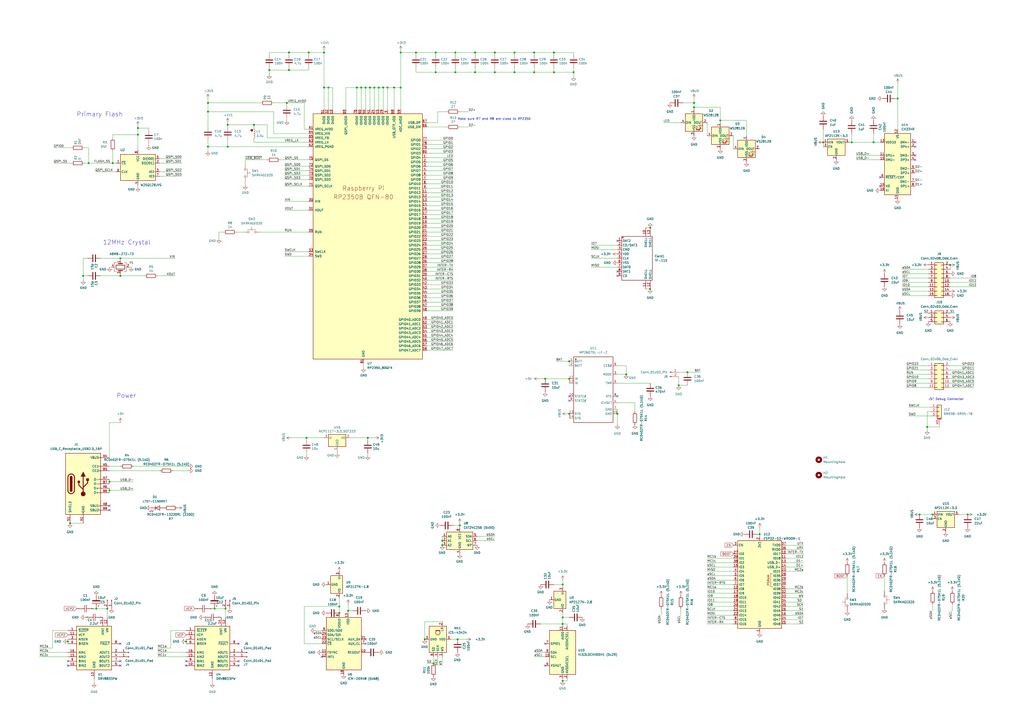
<source format=kicad_sch>
(kicad_sch (version 20250114) (generator "eeschema") (generator_version "9.0")
  (paper "A2")
  (circle (center 146.05 75.565) (radius 0.635) (stroke (width 0) (color 132 0 0 1)) (fill (type color) (color 132 0 0 1)))
  (text "Power" (at 67.564 231.14 0) (effects (font (size 2.54 2.54)) (justify left bottom)))
  (text "12MHz Crystal" (at 59.69 142.24 0) (effects (font (size 2.54 2.54)) (justify left bottom)))
  (text "Make sure R7 and R8 are close to RP2350\n" (at 265.43 69.85 0) (effects (font (size 1.27 1.27)) (justify left bottom)))
  (text "JST Debug Connector" (at 538.48 232.41 0) (effects (font (size 1.27 1.27)) (justify left bottom)))
  (text "Primary Flash" (at 44.45 67.945 0) (effects (font (size 2.54 2.54)) (justify left bottom)))
  (junction (at 393.7 223.52))
  (junction (at 358.14 240.03))
  (junction (at 124.46 353.06))
  (junction (at 80.01 74.295))
  (junction (at 287.02 41.91))
  (junction (at 228.6 50.8))
  (junction (at 537.845 247.65))
  (junction (at 330.2 209.55))
  (junction (at 551.18 153.67))
  (junction (at 48.26 160.02))
  (junction (at 506.73 82.55))
  (junction (at 246.38 370.84))
  (junction (at 287.02 30.48))
  (junction (at 298.45 41.91))
  (junction (at 256.54 313.69))
  (junction (at 321.31 41.91))
  (junction (at 63.5 279.4))
  (junction (at 120.65 64.77))
  (junction (at 232.41 50.8))
  (junction (at 120.65 59.69))
  (junction (at 275.59 30.48))
  (junction (at 326.39 339.09))
  (junction (at 326.39 361.95))
  (junction (at 232.41 30.48))
  (junction (at 494.03 82.55))
  (junction (at 213.36 254))
  (junction (at 316.23 219.71))
  (junction (at 166.37 59.69))
  (junction (at 132.08 85.09))
  (junction (at 265.43 370.84))
  (junction (at 417.83 69.85))
  (junction (at 217.17 50.8))
  (junction (at 147.32 72.39))
  (junction (at 264.16 41.91))
  (junction (at 39.37 372.11))
  (junction (at 330.2 219.71))
  (junction (at 275.59 41.91))
  (junction (at 187.96 30.48))
  (junction (at 120.65 85.09))
  (junction (at 533.4 298.45))
  (junction (at 177.8 254))
  (junction (at 477.52 82.55))
  (junction (at 402.59 62.23))
  (junction (at 256.54 316.23))
  (junction (at 266.7 304.8))
  (junction (at 214.63 50.8))
  (junction (at 62.23 353.06))
  (junction (at 167.64 40.64))
  (junction (at 251.46 384.81))
  (junction (at 321.31 30.48))
  (junction (at 402.59 59.69))
  (junction (at 326.39 358.14))
  (junction (at 241.3 30.48))
  (junction (at 209.55 50.8))
  (junction (at 309.88 41.91))
  (junction (at 107.95 372.11))
  (junction (at 132.08 72.39))
  (junction (at 326.39 394.97))
  (junction (at 179.07 30.48))
  (junction (at 252.73 30.48))
  (junction (at 167.64 30.48))
  (junction (at 65.405 94.615))
  (junction (at 224.79 50.8))
  (junction (at 156.21 40.64))
  (junction (at 298.45 30.48))
  (junction (at 201.93 354.33))
  (junction (at 222.25 50.8))
  (junction (at 207.01 50.8))
  (junction (at 80.01 78.105))
  (junction (at 264.16 30.48))
  (junction (at 219.71 50.8))
  (junction (at 196.85 355.6))
  (junction (at 541.02 298.45))
  (junction (at 309.88 30.48))
  (junction (at 51.435 94.615))
  (junction (at 398.78 215.9))
  (junction (at 130.81 353.06))
  (junction (at 332.74 41.91))
  (junction (at 196.85 351.79))
  (junction (at 440.69 309.88))
  (junction (at 252.73 41.91))
  (junction (at 330.2 240.03))
  (junction (at 63.5 284.48))
  (junction (at 40.64 303.53))
  (junction (at 377.1129 167.64))
  (junction (at 187.96 50.8))
  (junction (at 561.34 298.45))
  (junction (at 363.22 217.17))
  (junction (at 377.19 132.08))
  (junction (at 190.5 50.8))
  (junction (at 55.88 353.06))
  (junction (at 520.7 57.15))
  (junction (at 69.85 149.86))
  (junction (at 212.09 50.8))
  (junction (at 69.85 160.02))
  (no_connect (at 530.86 90.17))
  (no_connect (at 69.85 383.54))
  (no_connect (at 212.09 373.38))
  (no_connect (at 138.43 383.54))
  (no_connect (at 107.95 386.08))
  (no_connect (at 39.37 386.08))
  (no_connect (at 510.54 102.87))
  (no_connect (at 138.43 373.38))
  (no_connect (at 63.5 293.37))
  (no_connect (at 316.23 386.08))
  (no_connect (at 510.54 107.95))
  (no_connect (at 63.5 295.91))
  (no_connect (at 186.69 381))
  (no_connect (at 107.95 383.54))
  (no_connect (at 358.14 229.87))
  (no_connect (at 530.86 82.55))
  (no_connect (at 316.23 373.38))
  (no_connect (at 69.85 386.08))
  (no_connect (at 330.2 232.41))
  (no_connect (at 212.09 370.84))
  (no_connect (at 69.85 373.38))
  (no_connect (at 530.86 85.09))
  (no_connect (at 330.2 229.87))
  (no_connect (at 358.14 157.48))
  (no_connect (at 358.14 139.7))
  (no_connect (at 530.86 92.71))
  (no_connect (at 138.43 386.08))
  (no_connect (at 358.14 160.02))
  (no_connect (at 39.37 383.54))
  (wire (pts (xy 187.96 29.21) (xy 187.96 30.48)))
  (wire (pts (xy 328.93 363.22) (xy 328.93 361.95)))
  (wire (pts (xy 410.21 351.79) (xy 425.45 351.79)))
  (wire (pts (xy 187.96 50.8) (xy 187.96 63.5)))
  (wire (pts (xy 107.95 372.11) (xy 107.95 373.38)))
  (wire (pts (xy 256.54 311.15) (xy 256.54 313.69)))
  (wire (pts (xy 565.15 217.17) (xy 551.18 217.17)))
  (wire (pts (xy 232.41 50.8) (xy 232.41 63.5)))
  (wire (pts (xy 491.49 344.17) (xy 491.49 334.01)))
  (wire (pts (xy 363.22 212.09) (xy 363.22 217.17)))
  (wire (pts (xy 31.115 94.615) (xy 41.275 94.615)))
  (wire (pts (xy 533.4 298.45) (xy 541.02 298.45)))
  (wire (pts (xy 374.65 132.08) (xy 377.19 132.08)))
  (wire (pts (xy 63.5 283.21) (xy 63.5 284.48)))
  (wire (pts (xy 466.09 316.23) (xy 455.93 316.23)))
  (wire (pts (xy 525.78 222.25) (xy 538.48 222.25)))
  (wire (pts (xy 252.73 41.91) (xy 241.3 41.91)))
  (wire (pts (xy 398.78 215.9) (xy 393.7 215.9)))
  (wire (pts (xy 247.65 157.48) (xy 262.89 157.48)))
  (wire (pts (xy 204.47 354.33) (xy 201.93 354.33)))
  (wire (pts (xy 247.65 111.76) (xy 262.89 111.76)))
  (wire (pts (xy 154.94 92.71) (xy 142.24 92.71)))
  (wire (pts (xy 187.96 254) (xy 177.8 254)))
  (wire (pts (xy 328.93 361.95) (xy 326.39 361.95)))
  (wire (pts (xy 39.37 372.11) (xy 39.37 373.38)))
  (wire (pts (xy 217.17 254) (xy 213.36 254)))
  (wire (pts (xy 166.37 59.69) (xy 166.37 60.96)))
  (wire (pts (xy 196.85 346.71) (xy 196.85 351.79)))
  (wire (pts (xy 523.24 161.29) (xy 538.48 161.29)))
  (wire (pts (xy 326.39 355.6) (xy 326.39 358.14)))
  (wire (pts (xy 107.95 370.84) (xy 107.95 372.11)))
  (wire (pts (xy 275.59 39.37) (xy 275.59 41.91)))
  (wire (pts (xy 264.16 41.91) (xy 252.73 41.91)))
  (wire (pts (xy 247.65 121.92) (xy 262.89 121.92)))
  (wire (pts (xy 200.66 63.5) (xy 200.66 50.8)))
  (wire (pts (xy 190.5 63.5) (xy 190.5 50.8)))
  (wire (pts (xy 209.55 63.5) (xy 209.55 50.8)))
  (wire (pts (xy 63.5 279.4) (xy 63.5 280.67)))
  (wire (pts (xy 247.65 384.81) (xy 251.46 384.81)))
  (wire (pts (xy 123.19 353.06) (xy 124.46 353.06)))
  (wire (pts (xy 214.63 63.5) (xy 214.63 50.8)))
  (wire (pts (xy 309.88 39.37) (xy 309.88 41.91)))
  (wire (pts (xy 247.65 172.72) (xy 262.89 172.72)))
  (wire (pts (xy 525.78 217.17) (xy 538.48 217.17)))
  (wire (pts (xy 406.4 215.9) (xy 398.78 215.9)))
  (wire (pts (xy 154.94 80.01) (xy 154.94 72.39)))
  (wire (pts (xy 266.7 303.53) (xy 266.7 304.8)))
  (wire (pts (xy 439.42 309.88) (xy 440.69 309.88)))
  (wire (pts (xy 147.32 82.55) (xy 147.32 81.28)))
  (wire (pts (xy 158.75 59.69) (xy 166.37 59.69)))
  (wire (pts (xy 127 134.62) (xy 127 138.43)))
  (wire (pts (xy 247.65 154.94) (xy 262.89 154.94)))
  (wire (pts (xy 287.02 41.91) (xy 275.59 41.91)))
  (wire (pts (xy 39.37 365.76) (xy 30.48 365.76)))
  (wire (pts (xy 247.65 152.4) (xy 262.89 152.4)))
  (wire (pts (xy 477.52 82.55) (xy 477.52 85.09)))
  (wire (pts (xy 247.65 149.86) (xy 262.89 149.86)))
  (wire (pts (xy 321.31 41.91) (xy 309.88 41.91)))
  (wire (pts (xy 410.21 349.25) (xy 425.45 349.25)))
  (wire (pts (xy 120.65 57.15) (xy 120.65 59.69)))
  (wire (pts (xy 326.39 339.09) (xy 326.39 340.36)))
  (wire (pts (xy 69.85 158.75) (xy 69.85 160.02)))
  (wire (pts (xy 247.65 88.9) (xy 262.89 88.9)))
  (wire (pts (xy 247.65 104.14) (xy 262.89 104.14)))
  (wire (pts (xy 252.73 30.48) (xy 264.16 30.48)))
  (wire (pts (xy 264.16 30.48) (xy 275.59 30.48)))
  (wire (pts (xy 63.5 284.48) (xy 63.5 285.75)))
  (wire (pts (xy 58.42 160.02) (xy 69.85 160.02)))
  (wire (pts (xy 48.895 85.725) (xy 51.435 85.725)))
  (wire (pts (xy 270.51 370.84) (xy 265.43 370.84)))
  (wire (pts (xy 247.65 203.2) (xy 262.89 203.2)))
  (wire (pts (xy 326.39 393.7) (xy 326.39 394.97)))
  (wire (pts (xy 466.09 318.77) (xy 455.93 318.77)))
  (wire (pts (xy 50.8 160.02) (xy 48.26 160.02)))
  (wire (pts (xy 342.9 142.24) (xy 358.14 142.24)))
  (wire (pts (xy 247.65 139.7) (xy 262.89 139.7)))
  (wire (pts (xy 247.65 91.44) (xy 262.89 91.44)))
  (wire (pts (xy 165.1 104.14) (xy 179.07 104.14)))
  (wire (pts (xy 256.54 381) (xy 256.54 386.08)))
  (wire (pts (xy 187.96 30.48) (xy 187.96 50.8)))
  (wire (pts (xy 147.32 82.55) (xy 179.07 82.55)))
  (wire (pts (xy 565.15 214.63) (xy 551.18 214.63)))
  (wire (pts (xy 193.04 50.8) (xy 193.04 63.5)))
  (wire (pts (xy 256.54 360.68) (xy 246.38 360.68)))
  (wire (pts (xy 523.24 163.83) (xy 538.48 163.83)))
  (wire (pts (xy 525.78 212.09) (xy 538.48 212.09)))
  (wire (pts (xy 402.59 62.23) (xy 402.59 63.5)))
  (wire (pts (xy 165.1 116.84) (xy 179.07 116.84)))
  (wire (pts (xy 179.07 121.92) (xy 165.1 121.92)))
  (wire (pts (xy 342.9 149.86) (xy 358.14 149.86)))
  (wire (pts (xy 551.18 219.71) (xy 565.15 219.71)))
  (wire (pts (xy 433.07 69.85) (xy 417.83 69.85)))
  (wire (pts (xy 55.88 353.06) (xy 62.23 353.06)))
  (wire (pts (xy 358.14 222.25) (xy 377.19 222.25)))
  (wire (pts (xy 166.37 59.69) (xy 176.53 59.69)))
  (wire (pts (xy 109.22 273.05) (xy 100.33 273.05)))
  (wire (pts (xy 176.53 373.38) (xy 176.53 351.79)))
  (wire (pts (xy 214.63 50.8) (xy 217.17 50.8)))
  (wire (pts (xy 247.65 132.08) (xy 262.89 132.08)))
  (wire (pts (xy 247.65 195.58) (xy 262.89 195.58)))
  (wire (pts (xy 86.36 83.185) (xy 86.36 84.455)))
  (wire (pts (xy 556.26 298.45) (xy 561.34 298.45)))
  (wire (pts (xy 440.69 306.07) (xy 440.69 309.88)))
  (wire (pts (xy 525.78 214.63) (xy 538.48 214.63)))
  (wire (pts (xy 91.44 160.02) (xy 101.6 160.02)))
  (wire (pts (xy 309.88 41.91) (xy 298.45 41.91)))
  (wire (pts (xy 328.93 393.7) (xy 328.93 394.97)))
  (wire (pts (xy 158.75 77.47) (xy 179.07 77.47)))
  (wire (pts (xy 328.93 240.03) (xy 330.2 240.03)))
  (wire (pts (xy 247.65 165.1) (xy 262.89 165.1)))
  (wire (pts (xy 247.65 137.16) (xy 262.89 137.16)))
  (wire (pts (xy 410.21 331.47) (xy 425.45 331.47)))
  (wire (pts (xy 179.07 80.01) (xy 154.94 80.01)))
  (wire (pts (xy 247.65 134.62) (xy 262.89 134.62)))
  (wire (pts (xy 129.54 134.62) (xy 127 134.62)))
  (wire (pts (xy 440.69 309.88) (xy 440.69 311.15)))
  (wire (pts (xy 384.81 71.12) (xy 394.97 71.12)))
  (wire (pts (xy 566.42 166.37) (xy 551.18 166.37)))
  (wire (pts (xy 247.65 180.34) (xy 262.89 180.34)))
  (wire (pts (xy 256.54 313.69) (xy 256.54 316.23)))
  (wire (pts (xy 247.65 93.98) (xy 262.89 93.98)))
  (wire (pts (xy 247.65 129.54) (xy 262.89 129.54)))
  (wire (pts (xy 466.09 349.25) (xy 455.93 349.25)))
  (wire (pts (xy 219.71 50.8) (xy 222.25 50.8)))
  (wire (pts (xy 247.65 162.56) (xy 262.89 162.56)))
  (wire (pts (xy 565.15 212.09) (xy 551.18 212.09)))
  (wire (pts (xy 298.45 39.37) (xy 298.45 41.91)))
  (wire (pts (xy 232.41 30.48) (xy 241.3 30.48)))
  (wire (pts (xy 179.07 107.95) (xy 165.1 107.95)))
  (wire (pts (xy 222.25 63.5) (xy 222.25 50.8)))
  (wire (pts (xy 65.405 87.63) (xy 65.405 94.615)))
  (wire (pts (xy 142.24 105.41) (xy 142.24 107.315)))
  (wire (pts (xy 247.65 147.32) (xy 262.89 147.32)))
  (wire (pts (xy 410.21 354.33) (xy 425.45 354.33)))
  (wire (pts (xy 165.1 99.06) (xy 179.07 99.06)))
  (wire (pts (xy 410.21 339.09) (xy 425.45 339.09)))
  (wire (pts (xy 455.93 359.41) (xy 466.09 359.41)))
  (wire (pts (xy 330.2 240.03) (xy 330.2 242.57)))
  (wire (pts (xy 177.8 255.27) (xy 177.8 254)))
  (wire (pts (xy 65.405 80.01) (xy 65.405 78.105)))
  (wire (pts (xy 433.07 78.74) (xy 433.07 69.85)))
  (wire (pts (xy 525.78 224.79) (xy 538.48 224.79)))
  (wire (pts (xy 492.76 82.55) (xy 494.03 82.55)))
  (wire (pts (xy 247.65 73.66) (xy 259.08 73.66)))
  (wire (pts (xy 63.5 284.48) (xy 77.47 284.48)))
  (wire (pts (xy 287.02 39.37) (xy 287.02 41.91)))
  (wire (pts (xy 396.24 59.69) (xy 402.59 59.69)))
  (wire (pts (xy 535.94 181.61) (xy 538.48 181.61)))
  (wire (pts (xy 506.73 77.47) (xy 506.73 82.55)))
  (wire (pts (xy 69.85 151.13) (xy 69.85 149.86)))
  (wire (pts (xy 247.65 119.38) (xy 262.89 119.38)))
  (wire (pts (xy 322.58 209.55) (xy 330.2 209.55)))
  (wire (pts (xy 120.65 85.09) (xy 120.65 87.63)))
  (wire (pts (xy 182.88 365.76) (xy 186.69 365.76)))
  (wire (pts (xy 519.43 57.15) (xy 520.7 57.15)))
  (wire (pts (xy 247.65 175.26) (xy 262.89 175.26)))
  (wire (pts (xy 477.52 74.93) (xy 477.52 82.55)))
  (wire (pts (xy 247.65 71.12) (xy 254 71.12)))
  (wire (pts (xy 377.1129 167.64) (xy 377.19 167.64)))
  (wire (pts (xy 228.6 63.5) (xy 228.6 50.8)))
  (wire (pts (xy 99.06 365.76) (xy 99.06 375.92)))
  (wire (pts (xy 165.1 96.52) (xy 179.07 96.52)))
  (wire (pts (xy 410.21 346.71) (xy 425.45 346.71)))
  (wire (pts (xy 402.59 57.15) (xy 402.59 59.69)))
  (wire (pts (xy 455.93 321.31) (xy 466.09 321.31)))
  (wire (pts (xy 410.21 71.12) (xy 410.21 78.74)))
  (wire (pts (xy 410.21 361.95) (xy 425.45 361.95)))
  (wire (pts (xy 298.45 31.75) (xy 298.45 30.48)))
  (wire (pts (xy 210.82 210.82) (xy 210.82 213.36)))
  (wire (pts (xy 120.65 59.69) (xy 120.65 64.77)))
  (wire (pts (xy 196.85 351.79) (xy 196.85 355.6)))
  (wire (pts (xy 213.36 262.89) (xy 213.36 264.16)))
  (wire (pts (xy 275.59 30.48) (xy 287.02 30.48)))
  (wire (pts (xy 92.71 94.615) (xy 105.41 94.615)))
  (wire (pts (xy 63.5 278.13) (xy 63.5 279.4)))
  (wire (pts (xy 91.44 381) (xy 107.95 381)))
  (wire (pts (xy 209.55 50.8) (xy 212.09 50.8)))
  (wire (pts (xy 262.89 304.8) (xy 266.7 304.8)))
  (wire (pts (xy 50.8 149.86) (xy 48.26 149.86)))
  (wire (pts (xy 410.21 344.17) (xy 425.45 344.17)))
  (wire (pts (xy 466.09 356.87) (xy 455.93 356.87)))
  (wire (pts (xy 91.44 378.46) (xy 107.95 378.46)))
  (wire (pts (xy 332.74 31.75) (xy 332.74 30.48)))
  (wire (pts (xy 551.18 161.29) (xy 566.42 161.29)))
  (wire (pts (xy 466.09 361.95) (xy 455.93 361.95)))
  (wire (pts (xy 69.85 149.86) (xy 101.6 149.86)))
  (wire (pts (xy 247.65 187.96) (xy 262.89 187.96)))
  (wire (pts (xy 254 381) (xy 254 386.08)))
  (wire (pts (xy 394.97 356.87) (xy 394.97 353.06)))
  (wire (pts (xy 156.21 31.75) (xy 156.21 30.48)))
  (wire (pts (xy 523.24 171.45) (xy 538.48 171.45)))
  (wire (pts (xy 179.07 146.05) (xy 165.1 146.05)))
  (wire (pts (xy 265.43 370.84) (xy 261.62 370.84)))
  (wire (pts (xy 241.3 31.75) (xy 241.3 30.48)))
  (wire (pts (xy 40.64 303.53) (xy 48.26 303.53)))
  (wire (pts (xy 99.06 375.92) (xy 91.44 375.92)))
  (wire (pts (xy 69.85 160.02) (xy 83.82 160.02)))
  (wire (pts (xy 266.7 73.66) (xy 271.78 73.66)))
  (wire (pts (xy 80.01 107.315) (xy 80.01 108.585)))
  (wire (pts (xy 177.8 262.89) (xy 177.8 264.16)))
  (wire (pts (xy 254 64.77) (xy 254 71.12)))
  (wire (pts (xy 410.21 336.55) (xy 425.45 336.55)))
  (wire (pts (xy 523.24 168.91) (xy 538.48 168.91)))
  (wire (pts (xy 48.26 149.86) (xy 48.26 160.02)))
  (wire (pts (xy 247.65 106.68) (xy 262.89 106.68)))
  (wire (pts (xy 455.93 328.93) (xy 466.09 328.93)))
  (wire (pts (xy 298.45 41.91) (xy 287.02 41.91)))
  (wire (pts (xy 326.39 336.55) (xy 326.39 339.09)))
  (wire (pts (xy 179.07 31.75) (xy 179.07 30.48)))
  (wire (pts (xy 551.18 163.83) (xy 566.42 163.83)))
  (wire (pts (xy 69.85 270.51) (xy 63.5 270.51)))
  (wire (pts (xy 552.45 354.33) (xy 552.45 350.52)))
  (wire (pts (xy 86.36 75.565) (xy 86.36 74.295)))
  (wire (pts (xy 342.9 144.78) (xy 358.14 144.78)))
  (wire (pts (xy 63.5 154.94) (xy 64.77 154.94)))
  (wire (pts (xy 383.54 356.87) (xy 383.54 353.06)))
  (wire (pts (xy 410.21 323.85) (xy 425.45 323.85)))
  (wire (pts (xy 513.08 342.9) (xy 513.08 334.01)))
  (wire (pts (xy 142.24 92.71) (xy 142.24 95.25)))
  (wire (pts (xy 309.88 381) (xy 316.23 381)))
  (wire (pts (xy 247.65 101.6) (xy 262.89 101.6)))
  (wire (pts (xy 417.83 71.12) (xy 417.83 69.85)))
  (wire (pts (xy 120.65 59.69) (xy 151.13 59.69)))
  (wire (pts (xy 241.3 30.48) (xy 252.73 30.48)))
  (wire (pts (xy 523.24 156.21) (xy 538.48 156.21)))
  (wire (pts (xy 77.47 270.51) (xy 109.22 270.51)))
  (wire (pts (xy 247.65 185.42) (xy 262.89 185.42)))
  (wire (pts (xy 466.09 331.47) (xy 455.93 331.47)))
  (wire (pts (xy 247.65 109.22) (xy 262.89 109.22)))
  (wire (pts (xy 466.09 354.33) (xy 455.93 354.33)))
  (wire (pts (xy 332.74 41.91) (xy 332.74 44.45)))
  (wire (pts (xy 195.58 261.62) (xy 195.58 262.89)))
  (wire (pts (xy 30.48 365.76) (xy 30.48 375.92)))
  (wire (pts (xy 393.7 223.52) (xy 398.78 223.52)))
  (wire (pts (xy 417.83 69.85) (xy 417.83 62.23)))
  (wire (pts (xy 151.13 134.62) (xy 179.07 134.62)))
  (wire (pts (xy 166.37 69.85) (xy 166.37 68.58)))
  (wire (pts (xy 92.71 273.05) (xy 63.5 273.05)))
  (wire (pts (xy 393.7 223.52) (xy 393.7 218.44)))
  (wire (pts (xy 207.01 50.8) (xy 209.55 50.8)))
  (wire (pts (xy 137.16 134.62) (xy 140.97 134.62)))
  (wire (pts (xy 251.46 381) (xy 251.46 384.81)))
  (wire (pts (xy 312.42 219.71) (xy 316.23 219.71)))
  (wire (pts (xy 132.08 71.12) (xy 132.08 72.39)))
  (wire (pts (xy 212.09 63.5) (xy 212.09 50.8)))
  (wire (pts (xy 254 64.77) (xy 259.08 64.77)))
  (wire (pts (xy 48.26 160.02) (xy 48.26 162.56)))
  (wire (pts (xy 247.65 144.78) (xy 262.89 144.78)))
  (wire (pts (xy 168.91 254) (xy 177.8 254)))
  (wire (pts (xy 120.65 85.09) (xy 132.08 85.09)))
  (wire (pts (xy 358.14 237.49) (xy 358.14 240.03)))
  (wire (pts (xy 247.65 127) (xy 262.89 127)))
  (wire (pts (xy 466.09 344.17) (xy 455.93 344.17)))
  (wire (pts (xy 247.65 96.52) (xy 262.89 96.52)))
  (wire (pts (xy 167.64 31.75) (xy 167.64 30.48)))
  (wire (pts (xy 266.7 64.77) (xy 271.78 64.77)))
  (wire (pts (xy 55.245 99.695) (xy 67.31 99.695)))
  (wire (pts (xy 154.94 72.39) (xy 147.32 72.39)))
  (wire (pts (xy 63.5 245.11) (xy 69.85 245.11)))
  (wire (pts (xy 368.3 233.68) (xy 358.14 233.68)))
  (wire (pts (xy 176.53 59.69) (xy 176.53 74.93)))
  (wire (pts (xy 358.14 217.17) (xy 363.22 217.17)))
  (wire (pts (xy 54.61 393.7) (xy 54.61 396.24)))
  (wire (pts (xy 309.88 31.75) (xy 309.88 30.48)))
  (wire (pts (xy 321.31 31.75) (xy 321.31 30.48)))
  (wire (pts (xy 48.895 94.615) (xy 51.435 94.615)))
  (wire (pts (xy 287.02 31.75) (xy 287.02 30.48)))
  (wire (pts (xy 80.01 78.105) (xy 80.01 86.995)))
  (wire (pts (xy 92.71 102.235) (xy 105.41 102.235)))
  (wire (pts (xy 275.59 31.75) (xy 275.59 30.48)))
  (wire (pts (xy 232.41 30.48) (xy 232.41 50.8)))
  (wire (pts (xy 541.02 298.45) (xy 541.02 300.99)))
  (wire (pts (xy 527.05 241.3) (xy 539.75 241.3)))
  (wire (pts (xy 247.65 190.5) (xy 262.89 190.5)))
  (wire (pts (xy 417.83 62.23) (xy 402.59 62.23)))
  (wire (pts (xy 179.07 30.48) (xy 187.96 30.48)))
  (wire (pts (xy 51.435 85.725) (xy 51.435 94.615)))
  (wire (pts (xy 39.37 370.84) (xy 39.37 372.11)))
  (wire (pts (xy 328.93 394.97) (xy 326.39 394.97)))
  (wire (pts (xy 410.21 328.93) (xy 425.45 328.93)))
  (wire (pts (xy 494.03 82.55) (xy 506.73 82.55)))
  (wire (pts (xy 213.36 255.27) (xy 213.36 254)))
  (wire (pts (xy 466.09 346.71) (xy 455.93 346.71)))
  (wire (pts (xy 455.93 323.85) (xy 466.09 323.85)))
  (wire (pts (xy 330.2 209.55) (xy 330.2 212.09)))
  (wire (pts (xy 156.21 39.37) (xy 156.21 40.64)))
  (wire (pts (xy 298.45 30.48) (xy 309.88 30.48)))
  (wire (pts (xy 156.21 40.64) (xy 156.21 43.18)))
  (wire (pts (xy 156.21 40.64) (xy 167.64 40.64)))
  (wire (pts (xy 132.08 85.09) (xy 179.07 85.09)))
  (wire (pts (xy 92.71 92.075) (xy 105.41 92.075)))
  (wire (pts (xy 62.23 353.06) (xy 62.23 358.14)))
  (wire (pts (xy 247.65 114.3) (xy 262.89 114.3)))
  (wire (pts (xy 232.41 29.21) (xy 232.41 30.48)))
  (wire (pts (xy 332.74 41.91) (xy 321.31 41.91)))
  (wire (pts (xy 176.53 74.93) (xy 179.07 74.93)))
  (wire (pts (xy 326.39 361.95) (xy 326.39 363.22)))
  (wire (pts (xy 167.64 30.48) (xy 179.07 30.48)))
  (wire (pts (xy 132.08 72.39) (xy 147.32 72.39)))
  (wire (pts (xy 167.64 39.37) (xy 167.64 40.64)))
  (wire (pts (xy 176.53 351.79) (xy 196.85 351.79)))
  (wire (pts (xy 321.31 339.09) (xy 326.39 339.09)))
  (wire (pts (xy 247.65 116.84) (xy 262.89 116.84)))
  (wire (pts (xy 247.65 198.12) (xy 262.89 198.12)))
  (wire (pts (xy 124.46 353.06) (xy 130.81 353.06)))
  (wire (pts (xy 247.65 99.06) (xy 262.89 99.06)))
  (wire (pts (xy 553.72 181.61) (xy 551.18 181.61)))
  (wire (pts (xy 276.86 311.15) (xy 287.02 311.15)))
  (wire (pts (xy 132.08 73.66) (xy 132.08 72.39)))
  (wire (pts (xy 410.21 326.39) (xy 425.45 326.39)))
  (wire (pts (xy 410.21 334.01) (xy 425.45 334.01)))
  (wire (pts (xy 332.74 39.37) (xy 332.74 41.91)))
  (wire (pts (xy 368.3 233.68) (xy 368.3 238.76)))
  (wire (pts (xy 147.32 72.39) (xy 147.32 73.66)))
  (wire (pts (xy 130.81 353.06) (xy 130.81 358.14)))
  (wire (pts (xy 316.23 219.71) (xy 330.2 219.71)))
  (wire (pts (xy 565.15 222.25) (xy 551.18 222.25)))
  (wire (pts (xy 544.83 246.38) (xy 544.83 247.65)))
  (wire (pts (xy 510.54 92.71) (xy 496.57 92.71)))
  (wire (pts (xy 247.65 83.82) (xy 262.89 83.82)))
  (wire (pts (xy 264.16 31.75) (xy 264.16 30.48)))
  (wire (pts (xy 309.88 378.46) (xy 316.23 378.46)))
  (wire (pts (xy 252.73 31.75) (xy 252.73 30.48)))
  (wire (pts (xy 247.65 86.36) (xy 262.89 86.36)))
  (wire (pts (xy 410.21 356.87) (xy 425.45 356.87)))
  (wire (pts (xy 247.65 193.04) (xy 262.89 193.04)))
  (wire (pts (xy 374.65 167.64) (xy 377.1129 167.64)))
  (wire (pts (xy 455.93 326.39) (xy 466.09 326.39)))
  (wire (pts (xy 275.59 41.91) (xy 264.16 41.91)))
  (wire (pts (xy 120.65 81.28) (xy 120.65 85.09)))
  (wire (pts (xy 494.03 77.47) (xy 494.03 82.55)))
  (wire (pts (xy 539.75 238.76) (xy 537.845 238.76)))
  (wire (pts (xy 527.05 236.22) (xy 539.75 236.22)))
  (wire (pts (xy 247.65 170.18) (xy 262.89 170.18)))
  (wire (pts (xy 30.48 375.92) (xy 22.86 375.92)))
  (wire (pts (xy 247.65 177.8) (xy 262.89 177.8)))
  (wire (pts (xy 520.7 48.26) (xy 520.7 57.15)))
  (wire (pts (xy 506.73 82.55) (xy 510.54 82.55)))
  (wire (pts (xy 525.78 219.71) (xy 538.48 219.71)))
  (wire (pts (xy 58.42 149.86) (xy 69.85 149.86)))
  (wire (pts (xy 80.01 74.295) (xy 80.01 78.105)))
  (wire (pts (xy 228.6 50.8) (xy 232.41 50.8)))
  (wire (pts (xy 107.95 365.76) (xy 99.06 365.76)))
  (wire (pts (xy 224.79 50.8) (xy 224.79 63.5)))
  (wire (pts (xy 207.01 63.5) (xy 207.01 50.8)))
  (wire (pts (xy 80.01 73.025) (xy 80.01 74.295)))
  (wire (pts (xy 201.93 354.33) (xy 201.93 355.6)))
  (wire (pts (xy 330.2 219.71) (xy 330.2 222.25)))
  (wire (pts (xy 200.66 50.8) (xy 207.01 50.8)))
  (wire (pts (xy 31.115 85.725) (xy 41.275 85.725)))
  (wire (pts (xy 247.65 142.24) (xy 262.89 142.24)))
  (wire (pts (xy 63.5 245.11) (xy 63.5 265.43)))
  (wire (pts (xy 201.93 350.52) (xy 201.93 354.33)))
  (wire (pts (xy 276.86 313.69) (xy 287.02 313.69)))
  (wire (pts (xy 266.7 304.8) (xy 266.7 306.07)))
  (wire (pts (xy 63.5 279.4) (xy 77.47 279.4)))
  (wire (pts (xy 466.09 341.63) (xy 455.93 341.63)))
  (wire (pts (xy 190.5 50.8) (xy 193.04 50.8)))
  (wire (pts (xy 22.86 378.46) (xy 39.37 378.46)))
  (wire (pts (xy 222.25 50.8) (xy 224.79 50.8)))
  (wire (pts (xy 247.65 81.28) (xy 262.89 81.28)))
  (wire (pts (xy 313.69 361.95) (xy 326.39 361.95)))
  (wire (pts (xy 520.7 57.15) (xy 520.7 74.93)))
  (wire (pts (xy 523.24 166.37) (xy 538.48 166.37)))
  (wire (pts (xy 212.09 50.8) (xy 214.63 50.8)))
  (wire (pts (xy 252.73 39.37) (xy 252.73 41.91)))
  (wire (pts (xy 402.59 59.69) (xy 402.59 62.23)))
  (wire (pts (xy 326.39 358.14) (xy 326.39 361.95)))
  (wire (pts (xy 179.07 40.64) (xy 179.07 39.37)))
  (wire (pts (xy 246.38 360.68) (xy 246.38 370.84)))
  (wire (pts (xy 241.3 39.37) (xy 241.3 41.91)))
  (wire (pts (xy 247.65 167.64) (xy 262.89 167.64)))
  (wire (pts (xy 330.2 358.14) (xy 326.39 358.14)))
  (wire (pts (xy 342.9 154.94) (xy 358.14 154.94)))
  (wire (pts (xy 22.86 381) (xy 39.37 381)))
  (wire (pts (xy 132.08 81.28) (xy 132.08 85.09)))
  (wire (pts (xy 523.24 158.75) (xy 538.48 158.75)))
  (wire (pts (xy 92.71 99.695) (xy 105.41 99.695)))
  (wire (pts (xy 287.02 30.48) (xy 298.45 30.48)))
  (wire (pts (xy 247.65 124.46) (xy 262.89 124.46)))
  (wire (pts (xy 224.79 50.8) (xy 228.6 50.8)))
  (wire (pts (xy 217.17 63.5) (xy 217.17 50.8)))
  (wire (pts (xy 156.21 30.48) (xy 167.64 30.48)))
  (wire (pts (xy 74.93 154.94) (xy 76.2 154.94)))
  (wire (pts (xy 65.405 94.615) (xy 67.31 94.615)))
  (wire (pts (xy 120.65 64.77) (xy 158.75 64.77)))
  (wire (pts (xy 410.21 359.41) (xy 425.45 359.41)))
  (wire (pts (xy 537.845 238.76) (xy 537.845 247.65)))
  (wire (pts (xy 551.18 224.79) (xy 565.15 224.79)))
  (wire (pts (xy 358.14 212.09) (xy 363.22 212.09)))
  (wire (pts (xy 123.19 393.7) (xy 123.19 396.24)))
  (wire (pts (xy 358.14 240.03) (xy 358.14 246.38)))
  (wire (pts (xy 537.845 247.65) (xy 544.83 247.65)))
  (wire (pts (xy 203.2 254) (xy 213.36 254)))
  (wire (pts (xy 537.845 247.65) (xy 537.845 249.555)))
  (wire (pts (xy 120.65 64.77) (xy 120.65 73.66)))
  (wire (pts (xy 309.88 30.48) (xy 321.31 30.48)))
  (wire (pts (xy 65.405 78.105) (xy 80.01 78.105)))
  (wire (pts (xy 176.53 373.38) (xy 186.69 373.38)))
  (wire (pts (xy 190.5 50.8) (xy 187.96 50.8)))
  (wire (pts (xy 219.71 50.8) (xy 219.71 63.5)))
  (wire (pts (xy 410.21 341.63) (xy 425.45 341.63)))
  (wire (pts (xy 321.31 39.37) (xy 321.31 41.91)))
  (wire (pts (xy 86.36 74.295) (xy 80.01 74.295)))
  (wire (pts (xy 165.1 101.6) (xy 179.07 101.6)))
  (wire (pts (xy 510.54 90.17) (xy 496.57 90.17)))
  (wire (pts (xy 51.435 94.615) (xy 65.405 94.615)))
  (wire (pts (xy 54.61 353.06) (xy 55.88 353.06)))
  (wire (pts (xy 425.45 78.74) (xy 425.45 86.36)))
  (wire (pts (xy 158.75 64.77) (xy 158.75 77.47)))
  (wire (pts (xy 217.17 50.8) (xy 219.71 50.8)))
  (wire (pts (xy 264.16 39.37) (xy 264.16 41.91)))
  (wire (pts (xy 167.64 40.64) (xy 179.07 40.64)))
  (wire (pts (xy 247.65 200.66) (xy 262.89 200.66)))
  (wire (pts (xy 466.09 351.79) (xy 455.93 351.79)))
  (wire (pts (xy 162.56 92.71) (xy 179.07 92.71)))
  (wire (pts (xy 247.65 160.02) (xy 262.89 160.02)))
  (wire (pts (xy 179.07 148.59) (xy 165.1 148.59)))
  (wire (pts (xy 551.18 153.67) (xy 551.18 156.21)))
  (wire (pts (xy 541.02 354.33) (xy 541.02 350.52)))
  (wire (pts (xy 321.31 30.48) (xy 332.74 30.48)))
  (label "bSDA" (at 287.02 311.15 180))
  (label "GPIO10" (at 525.78 219.71 0))
  (label "XOUT" (at 165.1 121.92 0))
  (label "MC1a" (at 410.21 341.63 0))
  (label "INTER-CTS" (at 262.89 160.02 180))
  (label "GPIO24" (at 262.89 142.24 180))
  (label "MC2b" (at 22.86 378.46 0))
  (label "GPIO8" (at 262.89 101.6 180))
  (label "INTER-TX" (at 262.89 154.94 180))
  (label "GPIO0" (at 31.115 85.725 0))
  (label "bSCL" (at 523.24 171.45 0))
  (label "QSPI_SCLK" (at 165.1 107.95 0))
  (label "bSCL" (at 394.97 356.87 270))
  (label "MC1c" (at 91.44 381 0))
  (label "QSPI_SD3" (at 105.41 102.235 180))
  (label "SCLK" (at 410.21 354.33 0))
  (label "IO7" (at 523.24 161.29 0))
  (label "aSDA" (at 523.24 156.21 0))
  (label "MC1c" (at 410.21 326.39 0))
  (label "GPIO16" (at 262.89 121.92 180))
  (label "D1+" (at 466.09 328.93 180))
  (label "QSPI_SD3" (at 165.1 104.14 0))
  (label "GPIO33" (at 262.89 165.1 180))
  (label "MC2a" (at 466.09 331.47 180))
  (label "GPIO38" (at 262.89 177.8 180))
  (label "aSDA" (at 541.02 354.33 270))
  (label "GPIO47_ADC7" (at 565.15 224.79 180))
  (label "IO8" (at 410.21 351.79 0))
  (label "RUN" (at 525.78 217.17 0))
  (label "GPIO26" (at 262.89 147.32 180))
  (label "aSCL" (at 552.45 354.33 270))
  (label "S2" (at 466.09 361.95 180))
  (label "GPIO41_ADC1" (at 262.89 187.96 180))
  (label "MOSI" (at 410.21 356.87 0))
  (label "GPIO3" (at 262.89 88.9 180))
  (label "FLASH_SS" (at 54.61 94.615 0))
  (label "WS" (at 466.09 346.71 180))
  (label "GPIO43_ADC3" (at 262.89 193.04 180))
  (label "GPIO43_ADC3" (at 565.15 219.71 180))
  (label "GPIO19" (at 262.89 129.54 180))
  (label "bSDA" (at 383.54 356.87 270))
  (label "bSCL" (at 410.21 328.93 0))
  (label "IO10" (at 523.24 166.37 0))
  (label "INTER-RTS" (at 410.21 339.09 0))
  (label "QSPI_SD2" (at 165.1 101.6 0))
  (label "aSCL" (at 523.24 158.75 0))
  (label "D1-" (at 530.86 105.41 0))
  (label "QSPI_SD1" (at 105.41 94.615 180))
  (label "XIN" (at 165.1 116.84 0))
  (label "GPIO22" (at 262.89 137.16 180))
  (label "SWCLK" (at 527.05 236.22 0))
  (label "QSPI_SD1" (at 165.1 99.06 0))
  (label "S2" (at 535.94 181.61 0))
  (label "aSDA" (at 309.88 378.46 0))
  (label "bSDA" (at 466.09 356.87 180))
  (label "GPIO22" (at 525.78 212.09 0))
  (label "GPIO21" (at 262.89 134.62 180))
  (label "GPIO27" (at 262.89 149.86 180))
  (label "GPIO44_ADC4" (at 262.89 195.58 180))
  (label "GPIO9" (at 262.89 104.14 180))
  (label "IO7" (at 342.9 142.24 0))
  (label "WS" (at 256.54 386.08 90))
  (label "S1" (at 553.72 181.61 180))
  (label "MC2b" (at 466.09 341.63 180))
  (label "GPIO46_ADC6" (at 262.89 200.66 180))
  (label "XIN" (at 101.6 149.86 180))
  (label "GPIO25" (at 262.89 144.78 180))
  (label "GPIO39" (at 262.89 180.34 180))
  (label "GPIO7" (at 262.89 99.06 180))
  (label "SCK" (at 466.09 351.79 180))
  (label "D2+" (at 530.86 100.33 0))
  (label "aSDA" (at 410.21 336.55 0))
  (label "USB_D-" (at 77.47 279.4 180))
  (label "IO11" (at 566.42 163.83 180))
  (label "GPIO13" (at 262.89 114.3 180))
  (label "GPIO11" (at 262.89 109.22 180))
  (label "GPIO45_ADC5" (at 565.15 222.25 180))
  (label "GPIO45_ADC5" (at 262.89 198.12 180))
  (label "GPIO20" (at 262.89 132.08 180))
  (label "aSDA" (at 186.69 368.3 180))
  (label "GPIO2" (at 262.89 86.36 180))
  (label "INTER-RX" (at 262.89 157.48 180))
  (label "BAT" (at 322.58 209.55 0))
  (label "USB_D+" (at 77.47 284.48 180))
  (label "GPIO37" (at 262.89 175.26 180))
  (label "VREG_LX" (at 165.1 82.55 0))
  (label "GPIO23" (at 262.89 139.7 180))
  (label "GPIO10" (at 262.89 106.68 180))
  (label "GPIO35" (at 262.89 170.18 180))
  (label "~{USB_BOOT}" (at 142.24 92.71 0))
  (label "GPIO0" (at 262.89 81.28 180))
  (label "GPIO40_ADC0" (at 262.89 185.42 180))
  (label "GPIO6" (at 262.89 96.52 180))
  (label "SWD" (at 527.05 241.3 0))
  (label "GPIO5" (at 262.89 93.98 180))
  (label "INTER-RTS" (at 262.89 162.56 180))
  (label "GPIO28" (at 262.89 152.4 180))
  (label "D2-" (at 271.78 73.66 0))
  (label "GPIO47_ADC7" (at 262.89 203.2 180))
  (label "bSDA" (at 523.24 168.91 0))
  (label "IO8" (at 566.42 161.29 180))
  (label "LED" (at 384.81 71.12 0))
  (label "SWD" (at 165.1 148.59 0))
  (label "IO11" (at 410.21 349.25 0))
  (label "aSCL" (at 309.88 381 0))
  (label "USB_D-" (at 496.57 92.71 0))
  (label "SD " (at 466.09 349.25 180))
  (label "bSCL" (at 287.02 313.69 180))
  (label "QSPI_SD2" (at 105.41 99.695 180))
  (label "GPIO42_ADC2" (at 262.89 190.5 180))
  (label "MC2c" (at 466.09 344.17 180))
  (label "D1+" (at 530.86 107.95 0))
  (label "GPIO12" (at 262.89 111.76 180))
  (label "INTER-CTS" (at 410.21 359.41 0))
  (label "MC2a" (at 22.86 375.92 0))
  (label "D2-" (at 530.86 97.79 0))
  (label "SCLK" (at 342.9 149.86 0))
  (label "MOSI" (at 342.9 144.78 0))
  (label "GPIO9" (at 525.78 222.25 0))
  (label "D2+" (at 271.78 64.77 0))
  (label "GPIO8" (at 525.78 224.79 0))
  (label "URX" (at 466.09 318.77 180))
  (label "RUN" (at 165.1 134.62 0))
  (label "GPIO23" (at 565.15 212.09 180))
  (label "aSCL" (at 186.69 370.84 180))
  (label "SWCLK" (at 165.1 146.05 0))
  (label "QSPI_SS" (at 165.1 92.71 0))
  (label "IO12" (at 466.09 323.85 180))
  (label "GPIO14" (at 262.89 116.84 180))
  (label "QSPI_SD0" (at 105.41 92.075 180))
  (label "INTER-TX" (at 466.09 321.31 180))
  (label "IO9" (at 523.24 163.83 0))
  (label "QSPI_SS" (at 31.115 94.615 0))
  (label "GPIO34" (at 262.89 167.64 180))
  (label "MC1b" (at 410.21 323.85 0))
  (label "aSCL" (at 410.21 334.01 0))
  (label "GPIO17" (at 262.89 124.46 180))
  (label "QSPI_SCLK" (at 55.245 99.695 0))
  (label "VREG_AVDD" (at 167.005 59.69 0))
  (label "GPIO21" (at 525.78 214.63 0))
  (label "S1" (at 466.09 354.33 180))
  (label "GPIO41_ADC1" (at 565.15 217.17 180))
  (label "GPIO11" (at 565.15 214.63 180))
  (label "IO9" (at 410.21 346.71 0))
  (label "XOUT" (at 101.6 160.02 180))
  (label "GPIO36" (at 262.89 172.72 180))
  (label "GPIO18" (at 262.89 127 180))
  (label "IO12" (at 566.42 166.37 180))
  (label "USB_D+" (at 496.57 90.17 0))
  (label "IO7" (at 466.09 359.41 180))
  (label "MC1b" (at 91.44 378.46 0))
  (label "MC1a" (at 91.44 375.92 0))
  (label "LED" (at 262.89 91.44 180))
  (label "INTER-RX" (at 410.21 361.95 0))
  (label "IO10" (at 410.21 344.17 0))
  (label "SCK" (at 254 386.08 90))
  (label "SD " (at 247.65 384.81 0))
  (label "MISO" (at 410.21 331.47 0))
  (label "MISO" (at 342.9 154.94 0))
  (label "GPIO15" (at 262.89 119.38 180))
  (label "UTX" (at 466.09 316.23 180))
  (label "D1-" (at 466.09 326.39 180))
  (label "MC2c" (at 22.86 381 0))
  (label "BAT" (at 406.4 215.9 180))
  (label "GPIO1" (at 262.89 83.82 180))
  (label "QSPI_SD0" (at 165.1 96.52 0))
  (global_label "VCP2" (shape input) (at 44.45 353.06 180) (property "Intersheetrefs" "${INTERSHEET_REFS}" (effects (hide yes))))
  (global_label "EN" (shape input) (at 513.08 334.01 180) (property "Intersheetrefs" "${INTERSHEET_REFS}" (effects (hide yes))))
  (global_label "EN" (shape input) (at 425.45 316.23 180) (property "Intersheetrefs" "${INTERSHEET_REFS}" (effects (hide yes))))
  (global_label "VCP2" (shape input) (at 39.37 368.3 180) (property "Intersheetrefs" "${INTERSHEET_REFS}" (effects (hide yes))))
  (global_label "VCP" (shape input) (at 107.95 368.3 180) (property "Intersheetrefs" "${INTERSHEET_REFS}" (effects (hide yes))))
  (global_label "VCP" (shape input) (at 113.03 353.06 180) (property "Intersheetrefs" "${INTERSHEET_REFS}" (effects (hide yes))))
  (global_label "BOOT" (shape input) (at 425.45 321.31 180) (property "Intersheetrefs" "${INTERSHEET_REFS}" (effects (hide yes))))
  (global_label "BOOT" (shape input) (at 491.49 334.01 180) (property "Intersheetrefs" "${INTERSHEET_REFS}" (effects (hide yes))))
  (symbol (lib_id "Device:C") (at 54.61 149.86 270) (unit 1)
    (property "Reference" "C2" (at 55.7784 152.781 0) (effects (justify left)))
    (property "Value" "15p" (at 53.467 152.781 0) (effects (justify left)))
    (property "Footprint" "Capacitor_SMD:C_0402_1005Metric" (effects (hide yes)))
  )
  (symbol (lib_id "Device:C") (at 54.61 160.02 270) (unit 1)
    (property "Reference" "C3" (at 55.7784 162.941 0) (effects (justify left)))
    (property "Value" "15p" (at 53.467 162.941 0) (effects (justify left)))
    (property "Footprint" "Capacitor_SMD:C_0402_1005Metric" (effects (hide yes)))
  )
  (symbol (lib_id "power:GND") (at 48.26 162.56 0) (unit 1)
    (property "Reference" "#PWR03" (effects (hide yes)))
    (property "Value" "GND" (at 48.387 166.9542 0))
  )
  (symbol (lib_id "Memory_Flash:W25Q128JVS") (at 80.01 97.155 0) (unit 1)
    (property "Reference" "U2" (at 71.12 86.995 0))
    (property "Value" "W25Q128JVS" (at 87.63 107.315 0))
    (property "Footprint" "Package_SO:SOIC-8_5.3x5.3mm_P1.27mm" (effects (hide yes)))
    (property "Datasheet" "http://www.winbond.com/resource-files/w25q128jv_dtr%20revc%2003272018%20plus.pdf" (effects (hide yes)))
  )
  (symbol (lib_id "power:+3V3") (at 80.01 73.025 0) (unit 1)
    (property "Reference" "#PWR012" (effects (hide yes)))
    (property "Value" "+3V3" (at 80.391 68.6308 0))
  )
  (symbol (lib_id "power:GND") (at 80.01 108.585 0) (unit 1)
    (property "Reference" "#PWR013" (effects (hide yes)))
    (property "Value" "GND" (at 76.2 109.855 0))
  )
  (symbol (lib_id "Device:R") (at 65.405 83.82 0) (mirror y) (unit 1)
    (property "Reference" "R3" (at 62.23 82.55 0) (effects (justify left)))
    (property "Value" "DNF" (at 62.23 85.09 0) (effects (justify left)))
    (property "Footprint" "Resistor_SMD:R_0402_1005Metric" (effects (hide yes)))
  )
  (symbol (lib_id "Device:C") (at 86.36 79.375 0) (unit 1)
    (property "Reference" "C7" (at 89.281 78.2066 0) (effects (justify left)))
    (property "Value" "100n" (at 89.281 80.518 0) (effects (justify left)))
    (property "Footprint" "Capacitor_SMD:C_0402_1005Metric" (effects (hide yes)))
  )
  (symbol (lib_id "power:GND") (at 86.36 84.455 0) (unit 1)
    (property "Reference" "#PWR014" (effects (hide yes)))
    (property "Value" "GND" (at 90.17 85.725 0))
  )
  (symbol (lib_id "power:GND") (at 210.82 213.36 0) (unit 1)
    (property "Reference" "#PWR042" (effects (hide yes)))
    (property "Value" "GND" (at 210.947 217.7542 0))
  )
  (symbol (lib_id "Device:R") (at 262.89 64.77 270) (unit 1)
    (property "Reference" "R12" (at 262.89 59.5122 90))
    (property "Value" "27" (at 262.89 61.8236 90))
    (property "Footprint" "Resistor_SMD:R_0402_1005Metric" (effects (hide yes)))
  )
  (symbol (lib_id "Device:R") (at 262.89 73.66 270) (unit 1)
    (property "Reference" "R13" (at 262.89 68.4022 90))
    (property "Value" "27" (at 262.89 70.7136 90))
    (property "Footprint" "Resistor_SMD:R_0402_1005Metric" (effects (hide yes)))
  )
  (symbol (lib_id "power:+3V3") (at 232.41 29.21 0) (unit 1)
    (property "Reference" "#PWR045" (effects (hide yes)))
    (property "Value" "+3V3" (at 232.791 24.8158 0))
  )
  (symbol (lib_id "Device:C") (at 264.16 35.56 0) (unit 1)
    (property "Reference" "C24" (at 267.081 34.3916 0) (effects (justify left)))
    (property "Value" "100n" (at 267.081 36.703 0) (effects (justify left)))
    (property "Footprint" "Capacitor_SMD:C_0402_1005Metric" (effects (hide yes)))
  )
  (symbol (lib_id "Device:C") (at 275.59 35.56 0) (unit 1)
    (property "Reference" "C26" (at 278.511 34.3916 0) (effects (justify left)))
    (property "Value" "100n" (at 278.511 36.703 0) (effects (justify left)))
    (property "Footprint" "Capacitor_SMD:C_0402_1005Metric" (effects (hide yes)))
  )
  (symbol (lib_id "Device:C") (at 287.02 35.56 0) (unit 1)
    (property "Reference" "C27" (at 289.941 34.3916 0) (effects (justify left)))
    (property "Value" "100n" (at 289.941 36.703 0) (effects (justify left)))
    (property "Footprint" "Capacitor_SMD:C_0402_1005Metric" (effects (hide yes)))
  )
  (symbol (lib_id "Device:C") (at 298.45 35.56 0) (unit 1)
    (property "Reference" "C28" (at 301.371 34.3916 0) (effects (justify left)))
    (property "Value" "100n" (at 301.371 36.703 0) (effects (justify left)))
    (property "Footprint" "Capacitor_SMD:C_0402_1005Metric" (effects (hide yes)))
  )
  (symbol (lib_id "Device:C") (at 309.88 35.56 0) (unit 1)
    (property "Reference" "C29" (at 312.801 34.3916 0) (effects (justify left)))
    (property "Value" "100n" (at 312.801 36.703 0) (effects (justify left)))
    (property "Footprint" "Capacitor_SMD:C_0402_1005Metric" (effects (hide yes)))
  )
  (symbol (lib_id "Device:C") (at 321.31 35.56 0) (unit 1)
    (property "Reference" "C33" (at 324.231 34.3916 0) (effects (justify left)))
    (property "Value" "100n" (at 324.231 36.703 0) (effects (justify left)))
    (property "Footprint" "Capacitor_SMD:C_0402_1005Metric" (effects (hide yes)))
  )
  (symbol (lib_id "Device:R") (at 87.63 160.02 270) (unit 1)
    (property "Reference" "R5" (at 87.63 154.7622 90))
    (property "Value" "1k" (at 87.63 157.0736 90))
    (property "Footprint" "Resistor_SMD:R_0402_1005Metric" (effects (hide yes)))
  )
  (symbol (lib_id "Device:Crystal_GND24") (at 69.85 154.94 270) (unit 1)
    (property "Reference" "Y1" (at 74.93 152.4 90) (effects (justify left)))
    (property "Value" "ABM8-272-T3" (at 63.5 147.32 90) (effects (justify left)))
    (property "Footprint" "Crystal:Crystal_SMD_3225-4Pin_3.2x2.5mm" (effects (hide yes)))
  )
  (symbol (lib_id "power:+3.3V") (at 552.45 342.9 0) (unit 1)
    (property "Reference" "#PWR0115" (effects (hide yes)))
    (property "Value" "+3.3V" (at 552.45 337.82 0))
    (property "Description" "Power symbol creates a global label with name \"+3.3V\"" (effects (hide yes)))
  )
  (symbol (lib_name "GND_1") (lib_id "power:GND") (at 393.7 223.52 0) (unit 1)
    (property "Reference" "#PWR075" (effects (hide yes)))
    (property "Value" "GND" (at 393.7 228.6 0))
    (property "Description" "Power symbol creates a global label with name \"GND\" , ground" (effects (hide yes)))
  )
  (symbol (lib_id "power:GND") (at 118.11 358.14 270) (unit 1) (on_board no)
    (property "Reference" "#PWR023" (effects (hide yes)))
    (property "Value" "GND" (at 114.3 358.1399 90) (effects (justify right)))
    (property "Description" "Power symbol creates a global label with name \"GND\" , ground" (effects (hide yes)))
  )
  (symbol (lib_id "Switch:SW_Push") (at 513.08 347.98 270) (unit 1)
    (property "Reference" "SW4" (at 518.16 346.7099 90) (effects (justify left)))
    (property "Value" "SKRKAGE020" (at 518.16 349.2499 90) (effects (justify left)))
    (property "Footprint" "Button_Switch_SMD:SW_Push_SPST_NO_Alps_SKRK" (effects (hide yes)))
    (property "Description" "Push button switch, generic, two pins" (effects (hide yes)))
  )
  (symbol (lib_id "Driver_Motor:DRV8833PW") (at 54.61 375.92 0) (unit 1)
    (property "Reference" "U1" (at 56.7533 391.16 0) (effects (justify left)))
    (property "Value" "DRV8833PW" (at 56.7533 393.7 0) (effects (justify left)))
    (property "Footprint" "Package_SO:TSSOP-16_4.4x5mm_P0.65mm" (effects (hide yes)))
    (property "Datasheet" "http://www.ti.com/lit/ds/symlink/drv8833.pdf" (effects (hide yes)))
    (property "Description" "Dual H-Bridge Motor Driver, TSSOP-16" (effects (hide yes)))
  )
  (symbol (lib_id "Device:C") (at 317.5 339.09 90) (unit 1)
    (property "Reference" "C32" (at 316.3316 336.169 0) (effects (justify left)))
    (property "Value" "10uF" (at 318.643 336.169 0) (effects (justify left)))
    (property "Footprint" "Capacitor_SMD:C_0805_2012Metric" (effects (hide yes)))
  )
  (symbol (lib_id "power:+3.3V") (at 358.14 147.32 90) (unit 1)
    (property "Reference" "#PWR065" (effects (hide yes)))
    (property "Value" "+3.3V" (at 354.33 147.3199 90) (effects (justify left)))
    (property "Description" "Power symbol creates a global label with name \"+3.3V\"" (effects (hide yes)))
  )
  (symbol (lib_id "Switch:SW_Push") (at 491.49 349.25 90) (unit 1)
    (property "Reference" "SW3" (at 492.76 347.9799 90) (effects (justify right)))
    (property "Value" "SKRKAGE020" (at 492.76 350.5199 90) (effects (justify right)))
    (property "Footprint" "Button_Switch_SMD:SW_Push_SPST_NO_Alps_SKRK" (effects (hide yes)))
    (property "Description" "Push button switch, generic, two pins" (effects (hide yes)))
  )
  (symbol (lib_id "power:GND") (at 313.69 339.09 0) (mirror y) (unit 1)
    (property "Reference" "#PWR057" (effects (hide yes)))
    (property "Value" "GND" (at 313.563 343.4842 0))
  )
  (symbol (lib_name "GND_1") (lib_id "power:GND") (at 363.22 217.17 0) (unit 1)
    (property "Reference" "#PWR068" (effects (hide yes)))
    (property "Value" "GND" (at 366.776 219.202 0))
    (property "Description" "Power symbol creates a global label with name \"GND\" , ground" (effects (hide yes)))
  )
  (symbol (lib_id "power:GND") (at 142.24 107.315 0) (unit 1)
    (property "Reference" "#PWR031" (effects (hide yes)))
    (property "Value" "GND" (at 142.367 111.7092 0))
  )
  (symbol (lib_id "Device:R") (at 99.06 294.64 270) (unit 1)
    (property "Reference" "R7" (at 99.06 300.99 90))
    (property "Value" "RC0402FR-13220RL (220Ω)" (at 99.06 298.45 90))
    (property "Footprint" "0402:R0402" (effects (hide yes)))
    (property "Description" "Resistor" (effects (hide yes)))
  )
  (symbol (lib_id "power:GND") (at 107.95 372.11 270) (unit 1) (on_board no)
    (property "Reference" "#PWR018" (effects (hide yes)))
    (property "Value" "GND" (at 104.14 372.1099 90) (effects (justify right)))
    (property "Description" "Power symbol creates a global label with name \"GND\" , ground" (effects (hide yes)))
  )
  (symbol (lib_id "Device:C") (at 179.07 35.56 0) (unit 1)
    (property "Reference" "C17" (at 181.991 34.3916 0) (effects (justify left)))
    (property "Value" "100n" (at 181.991 36.703 0) (effects (justify left)))
    (property "Footprint" "Capacitor_SMD:C_0402_1005Metric" (effects (hide yes)))
  )
  (symbol (lib_name "GND_1") (lib_id "power:GND") (at 368.3 246.38 0) (unit 1)
    (property "Reference" "#PWR069" (effects (hide yes)))
    (property "Value" "GND" (at 368.3 251.46 0))
    (property "Description" "Power symbol creates a global label with name \"GND\" , ground" (effects (hide yes)))
  )
  (symbol (lib_id "CC0805KRX7R9BB104:CC0805KRX7R9BB104") (at 118.11 353.06 0) (unit 1)
    (property "Reference" "C9" (at 118.11 345.44 0))
    (property "Value" "100nF" (at 118.11 347.98 0))
    (property "Footprint" "CC0805KRX7R9BB104:CC0805KRX7R9BB104" (effects (hide yes)))
    (property "Manufacturer Part" "CC0805KRX7R9BB104" (effects (hide yes)))
    (property "Manufacturer" "YAGEO(国巨)" (effects (hide yes)))
    (property "Supplier Part" "C49678" (effects (hide yes)))
    (property "Supplier" "LCSC" (effects (hide yes)))
  )
  (symbol (lib_id "LED:WS2812B") (at 417.83 78.74 0) (unit 1)
    (property "Reference" "D3" (at 427.736 71.882 0))
    (property "Value" "WS2812B" (at 427.736 74.422 0))
    (property "Footprint" "LED_SMD:LED_WS2812B_PLCC4_5.0x5.0mm_P3.2mm" (effects (hide yes)))
    (property "Datasheet" "https://cdn-shop.adafruit.com/datasheets/WS2812B.pdf" (effects (hide yes)))
    (property "Description" "RGB LED with integrated controller" (effects (hide yes)))
  )
  (symbol (lib_id "Mechanical:MountingHole") (at 474.98 275.59 0) (unit 1) (in_bom no)
    (property "Reference" "H2" (at 477.52 274.3199 0) (effects (justify left)))
    (property "Value" "MountingHole" (at 477.52 276.8599 0) (effects (justify left)))
    (property "Footprint" "MountingHole:MountingHole_3.2mm_M3" (effects (hide yes)))
    (property "Description" "Mounting Hole without connection" (effects (hide yes)))
  )
  (symbol (lib_id "Device:C") (at 377.19 226.06 0) (unit 1)
    (property "Reference" "C36" (at 380.111 224.8916 0) (effects (justify left)))
    (property "Value" "470nF" (at 380.111 227.203 0) (effects (justify left)))
    (property "Footprint" "Capacitor_SMD:C_0402_1005Metric" (effects (hide yes)))
  )
  (symbol (lib_id "Device:C") (at 533.4 302.26 0) (unit 1)
    (property "Reference" "C46" (at 537.21 300.9899 0) (effects (justify left)))
    (property "Value" "10uF" (at 537.21 303.5299 0) (effects (justify left)))
    (property "Footprint" "10uF:C0402" (effects (hide yes)))
    (property "Description" "Unpolarized capacitor" (effects (hide yes)))
  )
  (symbol (lib_id "LED:WS2812B") (at 402.59 71.12 0) (unit 1)
    (property "Reference" "D2" (at 412.496 64.262 0))
    (property "Value" "WS2812B" (at 412.496 66.802 0))
    (property "Footprint" "LED_SMD:LED_WS2812B_PLCC4_5.0x5.0mm_P3.2mm" (effects (hide yes)))
    (property "Datasheet" "https://cdn-shop.adafruit.com/datasheets/WS2812B.pdf" (effects (hide yes)))
    (property "Description" "RGB LED with integrated controller" (effects (hide yes)))
  )
  (symbol (lib_id "Device:C") (at 494.03 73.66 0) (unit 1)
    (property "Reference" "C41" (at 497.84 72.3899 0) (effects (justify left)))
    (property "Value" "1uF" (at 497.84 74.9299 0) (effects (justify left)))
    (property "Footprint" "10uF:C0402" (effects (hide yes)))
    (property "Description" "Unpolarized capacitor" (effects (hide yes)))
  )
  (symbol (lib_id "power:VBUS") (at 520.7 48.26 0) (unit 1)
    (property "Reference" "#PWR097" (effects (hide yes)))
    (property "Value" "VBUS" (at 521.081 43.8658 0))
  )
  (symbol (lib_id "power:+3.3V") (at 270.51 370.84 270) (unit 1)
    (property "Reference" "#PWR053" (effects (hide yes)))
    (property "Value" "+3.3V" (at 275.59 370.8399 90) (effects (justify left)))
    (property "Description" "Power symbol creates a global label with name \"+3.3V\"" (effects (hide yes)))
  )
  (symbol (lib_id "power:GND") (at 494.03 69.85 180) (unit 1)
    (property "Reference" "#PWR089" (effects (hide yes)))
    (property "Value" "GND" (at 494.0301 66.04 90) (effects (justify right)))
    (property "Description" "Power symbol creates a global label with name \"GND\" , ground" (effects (hide yes)))
  )
  (symbol (lib_id "Device:R") (at 133.35 134.62 270) (unit 1)
    (property "Reference" "R8" (at 133.35 129.3622 90))
    (property "Value" "1k" (at 133.35 131.6736 90))
    (property "Footprint" "Resistor_SMD:R_0402_1005Metric" (effects (hide yes)))
  )
  (symbol (lib_id "power:+3.3V") (at 561.34 298.45 270) (unit 1)
    (property "Reference" "#PWR0116" (effects (hide yes)))
    (property "Value" "+3.3V" (at 566.42 298.4499 90) (effects (justify left)))
    (property "Description" "Power symbol creates a global label with name \"+3.3V\"" (effects (hide yes)))
  )
  (symbol (lib_id "power:GND") (at 133.35 353.06 0) (unit 1) (on_board no)
    (property "Reference" "#PWR030" (effects (hide yes)))
    (property "Value" "GND" (at 133.35 358.14 0))
    (property "Description" "Power symbol creates a global label with name \"GND\" , ground" (effects (hide yes)))
  )
  (symbol (lib_id "power:GND") (at 55.88 345.44 180) (unit 1) (on_board no)
    (property "Reference" "#PWR06" (effects (hide yes)))
    (property "Value" "GND" (at 55.88 340.36 0))
    (property "Description" "Power symbol creates a global label with name \"GND\" , ground" (effects (hide yes)))
  )
  (symbol (lib_id "power:GND") (at 513.08 353.06 0) (unit 1)
    (property "Reference" "#PWR096" (effects (hide yes)))
    (property "Value" "GND" (at 513.08 358.14 0))
    (property "Description" "Power symbol creates a global label with name \"GND\" , ground" (effects (hide yes)))
  )
  (symbol (lib_id "Device:C") (at 252.73 35.56 0) (unit 1)
    (property "Reference" "C22" (at 255.651 34.3916 0) (effects (justify left)))
    (property "Value" "100n" (at 255.651 36.703 0) (effects (justify left)))
    (property "Footprint" "Capacitor_SMD:C_0402_1005Metric" (effects (hide yes)))
  )
  (symbol (lib_id "Device:R") (at 394.97 349.25 0) (unit 1)
    (property "Reference" "R16" (at 401.32 349.25 90))
    (property "Value" "RC0402FR-075K1L (5.1kΩ)" (at 398.78 349.25 90))
    (property "Footprint" "0402:R0402" (effects (hide yes)))
    (property "Description" "Resistor" (effects (hide yes)))
  )
  (symbol (lib_id "Connector:Conn_01x01_Pin") (at 143.51 381 180) (unit 1)
    (property "Reference" "J7" (at 142.494 385.572 0))
    (property "Value" "Conn_01x01_Pad" (at 149.352 383.286 0))
    (property "Footprint" "TestPoint:TestPoint_Pad_1.5x1.5mm" (effects (hide yes)))
    (property "Description" "Generic connector, single row, 01x01, script generated" (effects (hide yes)))
  )
  (symbol (lib_id "Device:C") (at 259.08 304.8 270) (unit 1)
    (property "Reference" "C23" (at 259.08 297.18 90))
    (property "Value" "100nF" (at 259.08 299.72 90))
    (property "Footprint" "10uF:C0402" (effects (hide yes)))
    (property "Description" "Unpolarized capacitor" (effects (hide yes)))
  )
  (symbol (lib_id "power:GND") (at 87.63 294.64 270) (unit 1)
    (property "Reference" "#PWR015" (effects (hide yes)))
    (property "Value" "GND" (at 85.09 294.6399 90) (effects (justify right)))
    (property "Description" "Power symbol creates a global label with name \"GND\" , ground" (effects (hide yes)))
  )
  (symbol (lib_id "Driver_Motor:DRV8833PW") (at 123.19 375.92 0) (unit 1)
    (property "Reference" "U4" (at 125.3333 391.16 0) (effects (justify left)))
    (property "Value" "DRV8833PW" (at 125.3333 393.7 0) (effects (justify left)))
    (property "Footprint" "Package_SO:TSSOP-16_4.4x5mm_P0.65mm" (effects (hide yes)))
    (property "Datasheet" "http://www.ti.com/lit/ds/symlink/drv8833.pdf" (effects (hide yes)))
    (property "Description" "Dual H-Bridge Motor Driver, TSSOP-16" (effects (hide yes)))
  )
  (symbol (lib_id "Device:C") (at 332.74 35.56 0) (unit 1)
    (property "Reference" "C34" (at 335.661 34.3916 0) (effects (justify left)))
    (property "Value" "100n" (at 335.661 36.703 0) (effects (justify left)))
    (property "Footprint" "Capacitor_SMD:C_0402_1005Metric" (effects (hide yes)))
  )
  (symbol (lib_id "power:VBUS") (at 168.91 254 90) (unit 1)
    (property "Reference" "#PWR011" (effects (hide yes)))
    (property "Value" "VBUS" (at 164.5158 253.619 0))
  )
  (symbol (lib_id "power:GND") (at 265.43 378.46 0) (mirror y) (unit 1)
    (property "Reference" "#PWR050" (effects (hide yes)))
    (property "Value" "GND" (at 265.303 382.8542 0))
  )
  (symbol (lib_id "power:+1V1") (at 132.08 71.12 0) (unit 1)
    (property "Reference" "#PWR029" (effects (hide yes)))
    (property "Value" "+1V1" (at 132.461 66.7258 0))
  )
  (symbol (lib_id "power:GND") (at 551.18 186.69 0) (unit 1)
    (property "Reference" "#PWR0114" (effects (hide yes)))
    (property "Value" "GND" (at 551.18 191.77 0))
    (property "Description" "Power symbol creates a global label with name \"GND\" , ground" (effects (hide yes)))
  )
  (symbol (lib_id "power:+3.3V") (at 538.48 153.67 90) (unit 1)
    (property "Reference" "#PWR0104" (effects (hide yes)))
    (property "Value" "+3.3V" (at 534.67 153.6699 90) (effects (justify left)))
    (property "Description" "Power symbol creates a global label with name \"+3.3V\"" (effects (hide yes)))
  )
  (symbol (lib_id "Regulator_Linear:AP2127N-2.8") (at 326.39 347.98 270) (unit 1)
    (property "Reference" "U9" (at 330.2 346.7099 90) (effects (justify left)))
    (property "Value" "AP2127N-2.8" (at 330.2 349.2499 90) (effects (justify left)))
    (property "Footprint" "Package_TO_SOT_SMD:SOT-23" (effects (hide yes)))
    (property "Datasheet" "https://www.diodes.com/assets/Datasheets/AP2127.pdf" (effects (hide yes)))
    (property "Description" "300mA low dropout linear regulator, shutdown pin, 2.5V-6V input voltage, 2.8V fixed positive output, SOT-23 package" (effects (hide yes)))
  )
  (symbol (lib_id "power:+3.3V") (at 440.69 306.07 0) (unit 1)
    (property "Reference" "#PWR082" (effects (hide yes)))
    (property "Value" "+3.3V" (at 440.69 300.99 0))
    (property "Description" "Power symbol creates a global label with name \"+3.3V\"" (effects (hide yes)))
  )
  (symbol (lib_id "Connector_Generic:Conn_02x03_Odd_Even") (at 543.56 184.15 0) (unit 1)
    (property "Reference" "J10" (at 544.83 175.26 0))
    (property "Value" "Conn_02x03_Odd_Even" (at 544.83 177.8 0))
    (property "Footprint" "Connector_PinHeader_2.54mm:PinHeader_2x03_P2.54mm_Vertical" (effects (hide yes)))
    (property "Description" "Generic connector, double row, 02x03, odd/even pin numbering scheme (row 1 odd numbers, row 2 even numbers), script generated (kicad-library-utils/schlib/autogen/connector/)" (effects (hide yes)))
  )
  (symbol (lib_id "power:GND") (at 358.14 152.4 270) (unit 1)
    (property "Reference" "#PWR066" (effects (hide yes)))
    (property "Value" "GND" (at 354.33 152.3999 90) (effects (justify right)))
    (property "Description" "Power symbol creates a global label with name \"GND\" , ground" (effects (hide yes)))
  )
  (symbol (lib_id "power:GND") (at 538.48 186.69 0) (unit 1)
    (property "Reference" "#PWR0106" (effects (hide yes)))
    (property "Value" "GND" (at 538.48 191.77 0))
    (property "Description" "Power symbol creates a global label with name \"GND\" , ground" (effects (hide yes)))
  )
  (symbol (lib_id "power:GND") (at 63.5 154.94 0) (unit 1)
    (property "Reference" "#PWR07" (effects (hide yes)))
    (property "Value" "GND" (at 59.69 156.21 0))
  )
  (symbol (lib_id "power:GND") (at 54.61 396.24 0) (unit 1) (on_board no)
    (property "Reference" "#PWR05" (effects (hide yes)))
    (property "Value" "GND" (at 54.61 401.32 0))
    (property "Description" "Power symbol creates a global label with name \"GND\" , ground" (effects (hide yes)))
  )
  (symbol (lib_id "power:GND") (at 39.37 372.11 270) (unit 1) (on_board no)
    (property "Reference" "#PWR01" (effects (hide yes)))
    (property "Value" "GND" (at 35.56 372.1099 90) (effects (justify right)))
    (property "Description" "Power symbol creates a global label with name \"GND\" , ground" (effects (hide yes)))
  )
  (symbol (lib_id "Device:R") (at 383.54 349.25 0) (unit 1)
    (property "Reference" "R15" (at 389.89 349.25 90))
    (property "Value" "RC0402FR-075K1L (5.1kΩ)" (at 387.35 349.25 90))
    (property "Footprint" "0402:R0402" (effects (hide yes)))
    (property "Description" "Resistor" (effects (hide yes)))
  )
  (symbol (lib_id "Device:R") (at 45.085 85.725 90) (unit 1)
    (property "Reference" "R1" (at 43.9166 83.947 0) (effects (justify left)))
    (property "Value" "DNF" (at 46.228 83.947 0) (effects (justify left)))
    (property "Footprint" "Resistor_SMD:R_0402_1005Metric" (effects (hide yes)))
  )
  (symbol (lib_id "power:+3.3V") (at 551.18 168.91 270) (unit 1)
    (property "Reference" "#PWR0111" (effects (hide yes)))
    (property "Value" "+3.3V" (at 554.99 168.9099 90) (effects (justify left)))
    (property "Description" "Power symbol creates a global label with name \"+3.3V\"" (effects (hide yes)))
  )
  (symbol (lib_id "power:GND") (at 326.39 394.97 0) (mirror y) (unit 1)
    (property "Reference" "#PWR061" (effects (hide yes)))
    (property "Value" "GND" (at 326.263 399.3642 0))
  )
  (symbol (lib_id "Memory_EEPROM:CAT24C256") (at 266.7 313.69 0) (unit 1)
    (property "Reference" "U8" (at 268.8433 303.53 0) (effects (justify left)))
    (property "Value" "CAT24C256 (0x50)" (at 268.8433 306.07 0) (effects (justify left)))
    (property "Footprint" "Package_SO:SOIC-8_3.9x4.9mm_P1.27mm" (effects (hide yes)))
    (property "Datasheet" "https://www.onsemi.cn/PowerSolutions/document/CAT24C256-D.PDF" (effects (hide yes)))
    (property "Description" "256 kb CMOS Serial EEPROM, DIP-8/SOIC-8/TSSOP-8/DFN-8" (effects (hide yes)))
  )
  (symbol (lib_id "Device:C") (at 521.97 184.15 0) (unit 1)
    (property "Reference" "C45" (at 525.78 182.8799 0) (effects (justify left)))
    (property "Value" "10uF" (at 525.78 185.4199 0) (effects (justify left)))
    (property "Footprint" "10uF:C0402" (effects (hide yes)))
    (property "Description" "Unpolarized capacitor" (effects (hide yes)))
  )
  (symbol (lib_id "power:GND") (at 485.14 92.71 0) (unit 1)
    (property "Reference" "#PWR086" (effects (hide yes)))
    (property "Value" "GND" (at 485.14 97.79 0))
    (property "Description" "Power symbol creates a global label with name \"GND\" , ground" (effects (hide yes)))
  )
  (symbol (lib_id "power:GND") (at 477.52 67.31 180) (unit 1)
    (property "Reference" "#PWR084" (effects (hide yes)))
    (property "Value" "GND" (at 477.5201 63.5 90) (effects (justify right)))
    (property "Description" "Power symbol creates a global label with name \"GND\" , ground" (effects (hide yes)))
  )
  (symbol (lib_id "power:GND") (at 433.07 93.98 0) (unit 1)
    (property "Reference" "#PWR081" (effects (hide yes)))
    (property "Value" "GND" (at 433.07 99.06 0))
    (property "Description" "Power symbol creates a global label with name \"GND\" , ground" (effects (hide yes)))
  )
  (symbol (lib_id "Connector:Conn_01x02_Pin") (at 64.77 347.98 270) (unit 1)
    (property "Reference" "J2" (at 66.04 347.3449 90) (effects (justify left)))
    (property "Value" "Conn_01x02_Pin" (at 66.04 349.8849 90) (effects (justify left)))
    (property "Footprint" "Connector_PinHeader_2.54mm:PinHeader_1x02_P2.54mm_Vertical" (effects (hide yes)))
    (property "Description" "Generic connector, single row, 01x02, script generated" (effects (hide yes)))
  )
  (symbol (lib_id "power:GND") (at 537.845 249.555 0) (mirror y) (unit 1)
    (property "Reference" "#PWR0103" (effects (hide yes)))
    (property "Value" "GND" (at 537.718 253.9492 0))
  )
  (symbol (lib_id "Device:C") (at 398.78 219.71 0) (unit 1)
    (property "Reference" "C38" (at 402.59 218.4399 0) (effects (justify left)))
    (property "Value" "100nF" (at 402.59 220.9799 0) (effects (justify left)))
    (property "Footprint" "10uF:C0402" (effects (hide yes)))
    (property "Description" "Unpolarized capacitor" (effects (hide yes)))
  )
  (symbol (lib_id "Device:R") (at 541.02 346.71 0) (unit 1)
    (property "Reference" "R19" (at 547.37 346.71 90))
    (property "Value" "RC0402FR-075K1L (5.1kΩ)" (at 544.83 346.71 90))
    (property "Footprint" "0402:R0402" (effects (hide yes)))
    (property "Description" "Resistor" (effects (hide yes)))
  )
  (symbol (lib_id "Device:C") (at 166.37 64.77 0) (unit 1)
    (property "Reference" "C15" (at 170.18 63.5 0) (effects (justify left)))
    (property "Value" "4.7u" (at 170.18 66.04 0) (effects (justify left)))
    (property "Footprint" "Capacitor_SMD:C_0402_1005Metric" (effects (hide yes)))
  )
  (symbol (lib_id "power:VBUS") (at 551.18 153.67 270) (unit 1)
    (property "Reference" "#PWR0109" (effects (hide yes)))
    (property "Value" "VBUS" (at 555.5742 154.051 0))
  )
  (symbol (lib_id "Device:C") (at 334.01 358.14 90) (unit 1)
    (property "Reference" "C35" (at 332.8416 355.219 0) (effects (justify left)))
    (property "Value" "10uF" (at 335.153 355.219 0) (effects (justify left)))
    (property "Footprint" "Capacitor_SMD:C_0805_2012Metric" (effects (hide yes)))
  )
  (symbol (lib_id "Device:L") (at 147.32 77.47 0) (unit 1)
    (property "Reference" "L1" (at 148.59 76.2 0) (effects (justify left)))
    (property "Value" "3.3u" (at 148.59 78.74 0) (effects (justify left)))
    (property "Footprint" "RP2350_80QFN_minimal:L_pol_2016" (effects (hide yes)))
  )
  (symbol (lib_id "Device:C") (at 392.43 59.69 90) (unit 1)
    (property "Reference" "C37" (at 392.43 55.88 90))
    (property "Value" "100nF" (at 392.43 53.34 90))
    (property "Footprint" "10uF:C0402" (effects (hide yes)))
    (property "Description" "Unpolarized capacitor" (effects (hide yes)))
  )
  (symbol (lib_id "power:GND") (at 40.64 303.53 0) (unit 1)
    (property "Reference" "#PWR02" (effects (hide yes)))
    (property "Value" "GND" (at 40.64 308.61 0))
    (property "Description" "Power symbol creates a global label with name \"GND\" , ground" (effects (hide yes)))
  )
  (symbol (lib_id "Device:C") (at 208.28 354.33 90) (unit 1)
    (property "Reference" "C19" (at 208.28 346.71 90))
    (property "Value" "100nF" (at 208.28 349.25 90))
    (property "Footprint" "10uF:C0402" (effects (hide yes)))
    (property "Description" "Unpolarized capacitor" (effects (hide yes)))
  )
  (symbol (lib_id "power:GND") (at 533.4 306.07 0) (unit 1)
    (property "Reference" "#PWR0102" (effects (hide yes)))
    (property "Value" "GND" (at 533.4 311.15 0))
    (property "Description" "Power symbol creates a global label with name \"GND\" , ground" (effects (hide yes)))
  )
  (symbol (lib_id "Device:R") (at 96.52 273.05 90) (unit 1)
    (property "Reference" "R6" (at 96.52 266.7 90))
    (property "Value" "RC0402FR-075K1L (5.1kΩ)" (at 96.52 269.24 90))
    (property "Footprint" "0402:R0402" (effects (hide yes)))
    (property "Description" "Resistor" (effects (hide yes)))
  )
  (symbol (lib_id "SDCARD:TF-115") (at 368.3 149.86 0) (unit 1)
    (property "Reference" "Card1" (at 379.73 148.5899 0) (effects (justify left)))
    (property "Value" "TF-115" (at 379.73 151.1299 0) (effects (justify left)))
    (property "Footprint" "SDCARD:TF-SMD_TF-115" (effects (hide yes)))
    (property "Manufacturer Part" "TF-115" (effects (hide yes)))
    (property "Manufacturer" "XUNPU(讯普)" (effects (hide yes)))
    (property "Supplier Part" "C266620" (effects (hide yes)))
    (property "Supplier" "LCSC" (effects (hide yes)))
  )
  (symbol (lib_id "Interface_USB:CH334R") (at 520.7 95.25 0) (unit 1)
    (property "Reference" "U14" (at 522.8433 72.39 0) (effects (justify left)))
    (property "Value" "CH334R" (at 522.8433 74.93 0) (effects (justify left)))
    (property "Footprint" "Package_SO:QSOP-16_3.9x4.9mm_P0.635mm" (effects (hide yes)))
    (property "Datasheet" "https://www.wch-ic.com/downloads/file/327.html" (effects (hide yes)))
    (property "Description" "USB HUB controller, UART, QSOP-16" (effects (hide yes)))
  )
  (symbol (lib_id "GRM155R60J225KE01D:GRM155R60J225KE01D") (at 123.19 358.14 0) (unit 1)
    (property "Reference" "C11" (at 120.65 359.664 0))
    (property "Value" "2.2uF" (at 123.19 361.696 0))
    (property "Footprint" "GRM155R60J225KE01D:GRM155R60J225KE01D" (effects (hide yes)))
    (property "Manufacturer Part" "GRM155R60J225KE01D" (effects (hide yes)))
    (property "Manufacturer" "muRata(村田)" (effects (hide yes)))
    (property "Supplier Part" "C319185" (effects (hide yes)))
    (property "Supplier" "LCSC" (effects (hide yes)))
  )
  (symbol (lib_id "power:GND") (at 251.46 392.43 0) (mirror y) (unit 1)
    (property "Reference" "#PWR047" (effects (hide yes)))
    (property "Value" "GND" (at 251.333 396.8242 0))
  )
  (symbol (lib_id "power:GND") (at 156.21 43.18 0) (unit 1)
    (property "Reference" "#PWR032" (effects (hide yes)))
    (property "Value" "GND" (at 156.337 47.5742 0))
  )
  (symbol (lib_id "Device:R") (at 513.08 330.2 0) (unit 1)
    (property "Reference" "R18" (at 519.43 330.2 90))
    (property "Value" "RC0402FR-075K1L (5.1kΩ)" (at 516.89 330.2 90))
    (property "Footprint" "0402:R0402" (effects (hide yes)))
    (property "Description" "Resistor" (effects (hide yes)))
  )
  (symbol (lib_id "Connector:Conn_01x02_Pin") (at 133.35 347.98 270) (unit 1)
    (property "Reference" "J5" (at 134.62 347.3449 90) (effects (justify left)))
    (property "Value" "Conn_01x02_Pin" (at 134.62 349.8849 90) (effects (justify left)))
    (property "Footprint" "Connector_PinHeader_2.54mm:PinHeader_1x02_P2.54mm_Vertical" (effects (hide yes)))
    (property "Description" "Generic connector, single row, 01x02, script generated" (effects (hide yes)))
  )
  (symbol (lib_id "power:GND") (at 388.62 59.69 0) (unit 1)
    (property "Reference" "#PWR074" (effects (hide yes)))
    (property "Value" "GND" (at 388.62 64.77 0))
    (property "Description" "Power symbol creates a global label with name \"GND\" , ground" (effects (hide yes)))
  )
  (symbol (lib_id "power:GND") (at 551.18 171.45 90) (unit 1)
    (property "Reference" "#PWR0112" (effects (hide yes)))
    (property "Value" "GND" (at 554.99 171.4499 90) (effects (justify right)))
    (property "Description" "Power symbol creates a global label with name \"GND\" , ground" (effects (hide yes)))
  )
  (symbol (lib_id "power:GND") (at 182.88 365.76 270) (unit 1)
    (property "Reference" "#PWR034" (effects (hide yes)))
    (property "Value" "GND" (at 183.388 363.22 90) (effects (justify right)))
    (property "Description" "Power symbol creates a global label with name \"GND\" , ground" (effects (hide yes)))
  )
  (symbol (lib_id "power:VBUS") (at 477.52 82.55 90) (unit 1)
    (property "Reference" "#PWR085" (effects (hide yes)))
    (property "Value" "VBUS" (at 473.1258 82.169 0))
  )
  (symbol (lib_id "power:VBUS") (at 328.93 240.03 90) (unit 1)
    (property "Reference" "#PWR062" (effects (hide yes)))
    (property "Value" "VBUS" (at 324.5358 239.649 0))
  )
  (symbol (lib_id "LED:WS2812B") (at 433.07 86.36 0) (unit 1)
    (property "Reference" "D4" (at 442.976 79.502 0))
    (property "Value" "WS2812B" (at 442.976 82.042 0))
    (property "Footprint" "LED_SMD:LED_WS2812B_PLCC4_5.0x5.0mm_P3.2mm" (effects (hide yes)))
    (property "Datasheet" "https://cdn-shop.adafruit.com/datasheets/WS2812B.pdf" (effects (hide yes)))
    (property "Description" "RGB LED with integrated controller" (effects (hide yes)))
  )
  (symbol (lib_id "power:GND") (at 124.46 345.44 180) (unit 1) (on_board no)
    (property "Reference" "#PWR027" (effects (hide yes)))
    (property "Value" "GND" (at 124.46 340.36 0))
    (property "Description" "Power symbol creates a global label with name \"GND\" , ground" (effects (hide yes)))
  )
  (symbol (lib_id "power:GND") (at 255.27 304.8 270) (mirror x) (unit 1)
    (property "Reference" "#PWR048" (effects (hide yes)))
    (property "Value" "GND" (at 250.8758 304.673 0))
  )
  (symbol (lib_id "power:GND") (at 520.7 115.57 0) (unit 1)
    (property "Reference" "#PWR098" (effects (hide yes)))
    (property "Value" "GND" (at 520.7 120.65 0))
    (property "Description" "Power symbol creates a global label with name \"GND\" , ground" (effects (hide yes)))
  )
  (symbol (lib_id "Device:C") (at 265.43 374.65 0) (unit 1)
    (property "Reference" "C25" (at 269.24 374.65 90))
    (property "Value" "100nF" (at 271.78 374.65 90))
    (property "Footprint" "10uF:C0402" (effects (hide yes)))
    (property "Description" "Unpolarized capacitor" (effects (hide yes)))
  )
  (symbol (lib_id "Regulator_Linear:AP2127N-1.8") (at 196.85 339.09 270) (unit 1)
    (property "Reference" "U5" (at 200.66 337.8199 90) (effects (justify left)))
    (property "Value" "AP2127N-1.8" (at 200.66 340.3599 90) (effects (justify left)))
    (property "Footprint" "Package_TO_SOT_SMD:SOT-23" (effects (hide yes)))
    (property "Datasheet" "https://www.diodes.com/assets/Datasheets/AP2127.pdf" (effects (hide yes)))
    (property "Description" "300mA low dropout linear regulator, shutdown pin, 2.5V-6V input voltage, 1.8V fixed positive output, SOT-23 package" (effects (hide yes)))
  )
  (symbol (lib_id "Connector_Generic:Conn_02x08_Odd_Even") (at 543.56 161.29 0) (unit 1)
    (property "Reference" "J9" (at 544.83 147.32 0))
    (property "Value" "Conn_02x08_Odd_Even" (at 544.83 149.86 0))
    (property "Footprint" "Connector_PinHeader_2.54mm:PinHeader_2x08_P2.54mm_Vertical" (effects (hide yes)))
    (property "Description" "Generic connector, double row, 02x08, odd/even pin numbering scheme (row 1 odd numbers, row 2 even numbers), script generated (kicad-library-utils/schlib/autogen/connector/)" (effects (hide yes)))
  )
  (symbol (lib_id "power:GND") (at 195.58 262.89 0) (unit 1)
    (property "Reference" "#PWR0119" (effects (hide yes)))
    (property "Value" "GND" (at 191.77 264.16 0))
  )
  (symbol (lib_id "Device:C") (at 215.9 378.46 90) (unit 1)
    (property "Reference" "C20" (at 215.9 370.84 90))
    (property "Value" "100nF" (at 215.9 373.38 90))
    (property "Footprint" "10uF:C0402" (effects (hide yes)))
    (property "Description" "Unpolarized capacitor" (effects (hide yes)))
  )
  (symbol (lib_id "power:+5V") (at 69.85 245.11 0) (unit 1)
    (property "Reference" "#PWR09" (effects (hide yes)))
    (property "Value" "+5V" (at 69.85 240.03 0))
    (property "Description" "Power symbol creates a global label with name \"+5V\"" (effects (hide yes)))
  )
  (symbol (lib_id "power:GND") (at 212.09 354.33 90) (unit 1)
    (property "Reference" "#PWR043" (effects (hide yes)))
    (property "Value" "GND" (at 215.9 354.3299 90) (effects (justify right)))
    (property "Description" "Power symbol creates a global label with name \"GND\" , ground" (effects (hide yes)))
  )
  (symbol (lib_id "power:GND") (at 199.39 391.16 0) (unit 1)
    (property "Reference" "#PWR040" (effects (hide yes)))
    (property "Value" "GND" (at 199.39 396.24 0))
    (property "Description" "Power symbol creates a global label with name \"GND\" , ground" (effects (hide yes)))
  )
  (symbol (lib_id "Switch:SW_Push") (at 146.05 134.62 0) (unit 1)
    (property "Reference" "SW2" (at 146.05 127 0))
    (property "Value" "SKRKAGE020" (at 146.05 129.54 0))
    (property "Footprint" "Button_Switch_SMD:SW_Push_SPST_NO_Alps_SKRK" (effects (hide yes)))
    (property "Description" "Push button switch, generic, two pins" (effects (hide yes)))
  )
  (symbol (lib_id "power:GND") (at 377.1129 167.64 0) (unit 1)
    (property "Reference" "#PWR070" (effects (hide yes)))
    (property "Value" "GND" (at 377.1129 172.72 0))
    (property "Description" "Power symbol creates a global label with name \"GND\" , ground" (effects (hide yes)))
  )
  (symbol (lib_id "power:+3.3V") (at 201.93 350.52 0) (unit 1)
    (property "Reference" "#PWR041" (effects (hide yes)))
    (property "Value" "+3.3V" (at 201.93 345.44 0))
    (property "Description" "Power symbol creates a global label with name \"+3.3V\"" (effects (hide yes)))
  )
  (symbol (lib_id "RF_Module:ESP32-S3-WROOM-1") (at 440.69 339.09 0) (unit 1)
    (property "Reference" "U12" (at 442.8333 309.88 0) (effects (justify left)))
    (property "Value" "ESP32-S3-WROOM-1" (at 442.8333 312.42 0) (effects (justify left)))
    (property "Footprint" "RF_Module:ESP32-S3-WROOM-1" (effects (hide yes)))
    (property "Datasheet" "https://www.espressif.com/sites/default/files/documentation/esp32-s3-wroom-1_wroom-1u_datasheet_en.pdf" (effects (hide yes)))
    (property "Description" "RF Module, ESP32-S3 SoC, Wi-Fi 802.11b/g/n, Bluetooth, BLE, 32-bit, 3.3V, onboard antenna, SMD" (effects (hide yes)))
  )
  (symbol (lib_id "power:GND") (at 120.65 87.63 0) (mirror y) (unit 1)
    (property "Reference" "#PWR025" (effects (hide yes)))
    (property "Value" "GND" (at 124.46 88.9 0))
  )
  (symbol (lib_id "Device:R") (at 45.085 94.615 90) (unit 1)
    (property "Reference" "R2" (at 43.9166 92.837 0) (effects (justify left)))
    (property "Value" "0" (at 46.228 92.837 0) (effects (justify left)))
    (property "Footprint" "Resistor_SMD:R_0402_1005Metric" (effects (hide yes)))
  )
  (symbol (lib_id "power:GND") (at 561.34 306.07 0) (unit 1)
    (property "Reference" "#PWR0117" (effects (hide yes)))
    (property "Value" "GND" (at 561.34 311.15 0))
    (property "Description" "Power symbol creates a global label with name \"GND\" , ground" (effects (hide yes)))
  )
  (symbol (lib_id "Device:R") (at 491.49 330.2 0) (unit 1)
    (property "Reference" "R17" (at 497.84 330.2 90))
    (property "Value" "RC0402FR-075K1L (5.1kΩ)" (at 495.3 330.2 90))
    (property "Footprint" "0402:R0402" (effects (hide yes)))
    (property "Description" "Resistor" (effects (hide yes)))
  )
  (symbol (lib_id "power:GND") (at 64.77 353.06 0) (unit 1) (on_board no)
    (property "Reference" "#PWR08" (effects (hide yes)))
    (property "Value" "GND" (at 64.77 358.14 0))
    (property "Description" "Power symbol creates a global label with name \"GND\" , ground" (effects (hide yes)))
  )
  (symbol (lib_id "Regulator_Linear:AP2112K-3.3") (at 485.14 85.09 0) (unit 1)
    (property "Reference" "U13" (at 485.14 76.2 0))
    (property "Value" "AP2112K-3.3" (at 485.14 78.74 0))
    (property "Footprint" "Package_TO_SOT_SMD:SOT-23-5" (effects (hide yes)))
    (property "Datasheet" "https://www.diodes.com/assets/Datasheets/AP2112.pdf" (effects (hide yes)))
    (property "Description" "600mA low dropout linear regulator, with enable pin, 3.8V-6V input voltage range, 3.3V fixed positive output, SOT-23-5" (effects (hide yes)))
  )
  (symbol (lib_id "power:+1V1") (at 187.96 29.21 0) (unit 1)
    (property "Reference" "#PWR036" (effects (hide yes)))
    (property "Value" "+1V1" (at 188.341 24.8158 0))
  )
  (symbol (lib_id "power:GND") (at 109.22 270.51 90) (unit 1)
    (property "Reference" "#PWR019" (effects (hide yes)))
    (property "Value" "GND" (at 113.03 270.5099 90) (effects (justify right)))
    (property "Description" "Power symbol creates a global label with name \"GND\" , ground" (effects (hide yes)))
  )
  (symbol (lib_id "Device:C") (at 132.08 77.47 0) (unit 1)
    (property "Reference" "C13" (at 135.89 76.2 0) (effects (justify left)))
    (property "Value" "4.7u" (at 135.89 78.74 0) (effects (justify left)))
    (property "Footprint" "RP2350_80QFN_minimal:C_0402_1005Metric_small_pads" (effects (hide yes)))
  )
  (symbol (lib_id "Device:C") (at 561.34 302.26 0) (unit 1)
    (property "Reference" "C47" (at 565.15 300.9899 0) (effects (justify left)))
    (property "Value" "22uF" (at 565.15 303.5299 0) (effects (justify left)))
    (property "Footprint" "10uF:C0402" (effects (hide yes)))
    (property "Description" "Unpolarized capacitor" (effects (hide yes)))
  )
  (symbol (lib_id "Regulator_Linear:AP2112K-3.3") (at 548.64 300.99 0) (unit 1)
    (property "Reference" "U15" (at 548.64 292.1 0))
    (property "Value" "AP2112K-3.3" (at 548.64 294.64 0))
    (property "Footprint" "Package_TO_SOT_SMD:SOT-23-5" (effects (hide yes)))
    (property "Datasheet" "https://www.diodes.com/assets/Datasheets/AP2112.pdf" (effects (hide yes)))
    (property "Description" "600mA low dropout linear regulator, with enable pin, 3.8V-6V input voltage range, 3.3V fixed positive output, SOT-23-5" (effects (hide yes)))
  )
  (symbol (lib_name "GND_1") (lib_id "power:GND") (at 358.14 246.38 0) (unit 1)
    (property "Reference" "#PWR067" (effects (hide yes)))
    (property "Value" "GND" (at 358.14 251.46 0))
    (property "Description" "Power symbol creates a global label with name \"GND\" , ground" (effects (hide yes)))
  )
  (symbol (lib_id "power:GND") (at 548.64 308.61 0) (unit 1)
    (property "Reference" "#PWR0108" (effects (hide yes)))
    (property "Value" "GND" (at 548.64 313.69 0))
    (property "Description" "Power symbol creates a global label with name \"GND\" , ground" (effects (hide yes)))
  )
  (symbol (lib_id "power:GND") (at 49.53 358.14 270) (unit 1) (on_board no)
    (property "Reference" "#PWR04" (effects (hide yes)))
    (property "Value" "GND" (at 45.72 358.1399 90) (effects (justify right)))
    (property "Description" "Power symbol creates a global label with name \"GND\" , ground" (effects (hide yes)))
  )
  (symbol (lib_id "Device:C_Polarized") (at 124.46 349.25 180) (unit 1)
    (property "Reference" "C12" (at 129.54 349.25 0) (effects (justify left)))
    (property "Value" "10uF" (at 130.048 346.71 0) (effects (justify left)))
    (property "Footprint" "TAJA106K016RNJ:TAJA106K016RNJ" (effects (hide yes)))
    (property "Description" "Polarized capacitor" (effects (hide yes)))
  )
  (symbol (lib_id "power:GND") (at 440.69 367.03 0) (unit 1)
    (property "Reference" "#PWR083" (effects (hide yes)))
    (property "Value" "GND" (at 440.69 372.11 0))
    (property "Description" "Power symbol creates a global label with name \"GND\" , ground" (effects (hide yes)))
  )
  (symbol (lib_id "power:+5V") (at 312.42 219.71 90) (unit 1)
    (property "Reference" "#PWR056" (effects (hide yes)))
    (property "Value" "+5V" (at 308.61 219.7099 90) (effects (justify left)))
    (property "Description" "Power symbol creates a global label with name \"+5V\"" (effects (hide yes)))
  )
  (symbol (lib_id "power:+3.3V") (at 513.08 158.75 0) (unit 1)
    (property "Reference" "#PWR093" (effects (hide yes)))
    (property "Value" "+3.3V" (at 513.08 153.67 0))
    (property "Description" "Power symbol creates a global label with name \"+3.3V\"" (effects (hide yes)))
  )
  (symbol (lib_id "Device:R") (at 158.75 92.71 270) (unit 1)
    (property "Reference" "R10" (at 158.75 87.4522 90))
    (property "Value" "1k" (at 158.75 89.7636 90))
    (property "Footprint" "Resistor_SMD:R_0402_1005Metric" (effects (hide yes)))
  )
  (symbol (lib_id "power:GND") (at 213.36 264.16 0) (unit 1)
    (property "Reference" "#PWR0120" (effects (hide yes)))
    (property "Value" "GND" (at 209.55 265.43 0))
  )
  (symbol (lib_id "power:GND") (at 551.18 158.75 90) (unit 1)
    (property "Reference" "#PWR0110" (effects (hide yes)))
    (property "Value" "GND" (at 554.99 158.7499 90) (effects (justify right)))
    (property "Description" "Power symbol creates a global label with name \"GND\" , ground" (effects (hide yes)))
  )
  (symbol (lib_id "power:+3.3V") (at 196.85 331.47 0) (unit 1)
    (property "Reference" "#PWR039" (effects (hide yes)))
    (property "Value" "+3.3V" (at 196.85 326.39 0))
    (property "Description" "Power symbol creates a global label with name \"+3.3V\"" (effects (hide yes)))
  )
  (symbol (lib_id "Device:C") (at 156.21 35.56 0) (unit 1)
    (property "Reference" "C14" (at 159.131 34.3916 0) (effects (justify left)))
    (property "Value" "100n" (at 159.131 36.703 0) (effects (justify left)))
    (property "Footprint" "Capacitor_SMD:C_0402_1005Metric" (effects (hide yes)))
  )
  (symbol (lib_id "Switch:SW_Push") (at 142.24 100.33 270) (unit 1)
    (property "Reference" "SW1" (at 146.05 99.0599 90) (effects (justify left)))
    (property "Value" "SKRKAGE020" (at 146.05 101.5999 90) (effects (justify left)))
    (property "Footprint" "Button_Switch_SMD:SW_Push_SPST_NO_Alps_SKRK" (effects (hide yes)))
    (property "Description" "Push button switch, generic, two pins" (effects (hide yes)))
  )
  (symbol (lib_id "Device:R") (at 73.66 270.51 90) (unit 1)
    (property "Reference" "R4" (at 73.66 264.16 90))
    (property "Value" "RC0402FR-075K1L (5.1kΩ)" (at 73.66 266.7 90))
    (property "Footprint" "0402:R0402" (effects (hide yes)))
    (property "Description" "Resistor" (effects (hide yes)))
  )
  (symbol (lib_id "Device:C") (at 477.52 71.12 0) (unit 1)
    (property "Reference" "C40" (at 481.33 69.8499 0) (effects (justify left)))
    (property "Value" "1uF" (at 481.33 72.3899 0) (effects (justify left)))
    (property "Footprint" "10uF:C0402" (effects (hide yes)))
    (property "Description" "Unpolarized capacitor" (effects (hide yes)))
  )
  (symbol (lib_id "power:GND") (at 318.77 347.98 0) (mirror y) (unit 1)
    (property "Reference" "#PWR059" (effects (hide yes)))
    (property "Value" "GND" (at 318.643 352.3742 0))
  )
  (symbol (lib_id "power:GND") (at 189.23 339.09 270) (unit 1)
    (property "Reference" "#PWR037" (effects (hide yes)))
    (property "Value" "GND" (at 185.42 339.0899 90) (effects (justify right)))
    (property "Description" "Power symbol creates a global label with name \"GND\" , ground" (effects (hide yes)))
  )
  (symbol (lib_id "Device:R") (at 154.94 59.69 90) (unit 1)
    (property "Reference" "R9" (at 153.7716 57.912 0) (effects (justify left)))
    (property "Value" "33" (at 156.083 57.912 0) (effects (justify left)))
    (property "Footprint" "Resistor_SMD:R_0402_1005Metric" (effects (hide yes)))
  )
  (symbol (lib_id "CC0805KRX7R9BB104:CC0805KRX7R9BB104") (at 49.53 353.06 0) (unit 1)
    (property "Reference" "C1" (at 49.53 345.44 0))
    (property "Value" "100nF" (at 49.53 347.98 0))
    (property "Footprint" "CC0805KRX7R9BB104:CC0805KRX7R9BB104" (effects (hide yes)))
    (property "Manufacturer Part" "CC0805KRX7R9BB104" (effects (hide yes)))
    (property "Manufacturer" "YAGEO(国巨)" (effects (hide yes)))
    (property "Supplier Part" "C49678" (effects (hide yes)))
    (property "Supplier" "LCSC" (effects (hide yes)))
  )
  (symbol (lib_id "power:GND") (at 402.59 78.74 0) (unit 1)
    (property "Reference" "#PWR078" (effects (hide yes)))
    (property "Value" "GND" (at 402.59 83.82 0))
    (property "Description" "Power symbol creates a global label with name \"GND\" , ground" (effects (hide yes)))
  )
  (symbol (lib_id "Connector_Generic_MountingPin:Conn_01x03_MountingPin") (at 544.83 238.76 0) (unit 1)
    (property "Reference" "J12" (at 547.37 237.49 0) (effects (justify left)))
    (property "Value" "SM03B-SRSS-TB" (at 547.37 240.03 0) (effects (justify left)))
    (property "Footprint" "Connector_JST:JST_SH_SM03B-SRSS-TB_1x03-1MP_P1.00mm_Horizontal" (effects (hide yes)))
  )
  (symbol (lib_id "power:VBUS") (at 538.48 184.15 90) (unit 1)
    (property "Reference" "#PWR0105" (effects (hide yes)))
    (property "Value" "VBUS" (at 534.0858 183.769 0))
  )
  (symbol (lib_id "power:VBUS") (at 533.4 298.45 90) (unit 1)
    (property "Reference" "#PWR0101" (effects (hide yes)))
    (property "Value" "VBUS" (at 529.0058 298.069 0))
  )
  (symbol (lib_id "Device:C") (at 513.08 162.56 0) (unit 1)
    (property "Reference" "C43" (at 516.89 161.2899 0) (effects (justify left)))
    (property "Value" "10uF" (at 516.89 163.8299 0) (effects (justify left)))
    (property "Footprint" "10uF:C0402" (effects (hide yes)))
    (property "Description" "Unpolarized capacitor" (effects (hide yes)))
  )
  (symbol (lib_id "Device:C") (at 506.73 73.66 0) (unit 1)
    (property "Reference" "C42" (at 510.54 73.66 90))
    (property "Value" "100nF" (at 513.08 73.66 90))
    (property "Footprint" "10uF:C0402" (effects (hide yes)))
    (property "Description" "Unpolarized capacitor" (effects (hide yes)))
  )
  (symbol (lib_id "power:+3.3V") (at 541.02 342.9 0) (unit 1)
    (property "Reference" "#PWR0107" (effects (hide yes)))
    (property "Value" "+3.3V" (at 541.02 337.82 0))
    (property "Description" "Power symbol creates a global label with name \"+3.3V\"" (effects (hide yes)))
  )
  (symbol (lib_id "power:GND") (at 306.07 361.95 0) (mirror y) (unit 1)
    (property "Reference" "#PWR055" (effects (hide yes)))
    (property "Value" "GND" (at 305.943 366.3442 0))
  )
  (symbol (lib_id "power:VBUS") (at 521.97 180.34 0) (unit 1)
    (property "Reference" "#PWR099" (effects (hide yes)))
    (property "Value" "VBUS" (at 522.351 175.9458 0))
  )
  (symbol (lib_id "Sensor_Audio:ICS-43434") (at 254 370.84 270) (unit 1)
    (property "Reference" "MK1" (at 265.43 364.4198 90))
    (property "Value" "ICS-43434" (at 265.43 366.9598 90))
    (property "Footprint" "Sensor_Audio:InvenSense_ICS-43434-6_3.5x2.65mm" (effects (hide yes)))
    (property "Datasheet" "https://www.invensense.com/wp-content/uploads/2016/02/DS-000069-ICS-43434-v1.2.pdf" (effects (hide yes)))
    (property "Description" "TDK InvenSense MEMS Microphone, 24-bit I2S, 65 dBA SNR, LGA-6" (effects (hide yes)))
  )
  (symbol (lib_id "Device:C") (at 167.64 35.56 0) (unit 1)
    (property "Reference" "C16" (at 170.561 34.3916 0) (effects (justify left)))
    (property "Value" "4.7u" (at 170.561 36.703 0) (effects (justify left)))
    (property "Footprint" "Capacitor_SMD:C_0402_1005Metric" (effects (hide yes)))
  )
  (symbol (lib_id "Device:C") (at 241.3 35.56 0) (unit 1)
    (property "Reference" "C21" (at 243.586 34.3916 0) (effects (justify left)))
    (property "Value" "100n" (at 243.586 36.703 0) (effects (justify left)))
    (property "Footprint" "Capacitor_SMD:C_0402_1005Metric" (effects (hide yes)))
  )
  (symbol (lib_id "Device:R") (at 552.45 346.71 0) (unit 1)
    (property "Reference" "R20" (at 558.8 346.71 90))
    (property "Value" "RC0402FR-075K1L (5.1kΩ)" (at 556.26 346.71 90))
    (property "Footprint" "0402:R0402" (effects (hide yes)))
    (property "Description" "Resistor" (effects (hide yes)))
  )
  (symbol (lib_id "power:GND") (at 189.23 355.6 270) (unit 1)
    (property "Reference" "#PWR038" (effects (hide yes)))
    (property "Value" "GND" (at 185.42 355.5999 90) (effects (justify right)))
    (property "Description" "Power symbol creates a global label with name \"GND\" , ground" (effects (hide yes)))
  )
  (symbol (lib_id "power:+3.3V") (at 513.08 326.39 0) (unit 1)
    (property "Reference" "#PWR095" (effects (hide yes)))
    (property "Value" "+3.3V" (at 513.08 321.31 0))
    (property "Description" "Power symbol creates a global label with name \"+3.3V\"" (effects (hide yes)))
  )
  (symbol (lib_id "power:GND") (at 266.7 321.31 0) (mirror y) (unit 1)
    (property "Reference" "#PWR052" (effects (hide yes)))
    (property "Value" "GND" (at 266.573 325.7042 0))
  )
  (symbol (lib_id "power:GND") (at 186.69 378.46 270) (unit 1)
    (property "Reference" "#PWR035" (effects (hide yes)))
    (property "Value" "GND" (at 182.88 378.4599 90) (effects (justify right)))
    (property "Description" "Power symbol creates a global label with name \"GND\" , ground" (effects (hide yes)))
  )
  (symbol (lib_id "Device:C") (at 177.8 259.08 0) (unit 1)
    (property "Reference" "C48" (at 180.721 257.9116 0) (effects (justify left)))
    (property "Value" "10u" (at 180.721 260.223 0) (effects (justify left)))
    (property "Footprint" "Capacitor_SMD:C_0805_2012Metric" (effects (hide yes)))
  )
  (symbol (lib_id "Device:C_Polarized") (at 55.88 349.25 180) (unit 1)
    (property "Reference" "C5" (at 60.96 349.25 0) (effects (justify left)))
    (property "Value" "10uF" (at 61.468 346.71 0) (effects (justify left)))
    (property "Footprint" "TAJA106K016RNJ:TAJA106K016RNJ" (effects (hide yes)))
    (property "Description" "Polarized capacitor" (effects (hide yes)))
  )
  (symbol (lib_id "power:VBUS") (at 402.59 57.15 0) (unit 1)
    (property "Reference" "#PWR077" (effects (hide yes)))
    (property "Value" "VBUS" (at 402.971 52.7558 0))
  )
  (symbol (lib_id "MP2607DL:MP2607DL-LF-Z") (at 344.17 226.06 0) (unit 1)
    (property "Reference" "U11" (at 344.17 201.93 0))
    (property "Value" "MP2607DL-LF-Z" (at 344.17 204.47 0))
    (property "Footprint" "MP2607DL:MP2607DL" (effects (hide yes)))
    (property "Manufacturer Part" "MP2607DL-LF-Z" (effects (hide yes)))
    (property "Manufacturer" "MPS(芯源)" (effects (hide yes)))
    (property "Supplier Part" "C7231613" (effects (hide yes)))
    (property "Supplier" "LCSC" (effects (hide yes)))
  )
  (symbol (lib_id "power:+3.3V") (at 326.39 336.55 0) (unit 1)
    (property "Reference" "#PWR060" (effects (hide yes)))
    (property "Value" "+3.3V" (at 326.39 331.47 0))
    (property "Description" "Power symbol creates a global label with name \"+3.3V\"" (effects (hide yes)))
  )
  (symbol (lib_id "Connector:Conn_01x01_Pin") (at 74.93 378.46 180) (unit 1)
    (property "Reference" "J3" (at 74.295 373.38 0))
    (property "Value" "Conn_01x01_Pad" (at 80.772 375.92 0))
    (property "Footprint" "TestPoint:TestPoint_Pad_1.5x1.5mm" (effects (hide yes)))
    (property "Description" "Generic connector, single row, 01x01, script generated" (effects (hide yes)))
  )
  (symbol (lib_id "power:+3.3V") (at 266.7 303.53 0) (unit 1)
    (property "Reference" "#PWR051" (effects (hide yes)))
    (property "Value" "+3.3V" (at 266.7 298.45 0))
    (property "Description" "Power symbol creates a global label with name \"+3.3V\"" (effects (hide yes)))
  )
  (symbol (lib_id "power:GND") (at 431.8 309.88 270) (unit 1)
    (property "Reference" "#PWR080" (effects (hide yes)))
    (property "Value" "GND" (at 429.26 309.8799 90) (effects (justify right)))
    (property "Description" "Power symbol creates a global label with name \"GND\" , ground" (effects (hide yes)))
  )
  (symbol (lib_id "Connector:Conn_01x02_Pin") (at 388.62 215.9 0) (unit 1)
    (property "Reference" "J8" (at 387.35 218.4401 0) (effects (justify right)))
    (property "Value" "Conn_01x02_Pin" (at 387.35 215.9001 0) (effects (justify right)))
    (property "Footprint" "Connector_JST:JST_PH_S2B-PH-K_1x02_P2.00mm_Horizontal" (effects (hide yes)))
    (property "Description" "Generic connector, single row, 01x02, script generated" (effects (hide yes)))
  )
  (symbol (lib_id "Connector_Generic:Conn_02x06_Odd_Even") (at 543.56 217.17 0) (unit 1)
    (property "Reference" "J11" (effects (hide yes)))
    (property "Value" "Conn_02x06_Odd_Even" (at 544.83 208.28 0))
    (property "Footprint" "Connector_PinHeader_2.54mm:PinHeader_2x06_P2.54mm_Vertical" (effects (hide yes)))
    (property "Description" "Generic connector, double row, 02x06, odd/even pin numbering scheme (row 1 odd numbers, row 2 even numbers), script generated (kicad-library-utils/schlib/autogen/connector/)" (effects (hide yes)))
  )
  (symbol (lib_id "Regulator_Linear:NCP1117-3.3_SOT223") (at 195.58 254 0) (unit 1)
    (property "Reference" "U16" (at 195.58 247.8532 0))
    (property "Value" "NCP1117-3.3_SOT223" (at 195.58 250.1646 0))
    (property "Footprint" "Package_TO_SOT_SMD:SOT-223-3_TabPin2" (effects (hide yes)))
    (property "Datasheet" "http://www.onsemi.com/pub_link/Collateral/NCP1117-D.PDF" (effects (hide yes)))
  )
  (symbol (lib_id "Device:R") (at 368.3 242.57 0) (unit 1)
    (property "Reference" "R14" (at 374.65 242.57 90))
    (property "Value" "RC0402FR-075K1L (5.1kΩ)" (at 372.11 242.57 90))
    (property "Footprint" "0402:R0402" (effects (hide yes)))
    (property "Description" "Resistor" (effects (hide yes)))
  )
  (symbol (lib_id "Mechanical:MountingHole") (at 474.98 266.7 0) (unit 1) (in_bom no)
    (property "Reference" "H1" (at 477.52 265.4299 0) (effects (justify left)))
    (property "Value" "MountingHole" (at 477.52 267.9699 0) (effects (justify left)))
    (property "Footprint" "MountingHole:MountingHole_3.2mm_M3" (effects (hide yes)))
    (property "Description" "Mounting Hole without connection" (effects (hide yes)))
  )
  (symbol (lib_id "Device:LED") (at 91.44 294.64 0) (unit 1)
    (property "Reference" "D1" (at 89.8525 288.29 0))
    (property "Value" "LTST-C150RKT" (at 89.8525 290.83 0))
    (property "Footprint" "LED_SMD:LED_1206_3216Metric" (effects (hide yes)))
    (property "Description" "Light emitting diode" (effects (hide yes)))
    (property "Sim.Pins" "1=K 2=A" (effects (hide yes)))
  )
  (symbol (lib_id "MCU_RaspberryPi_RP2350:RP2350_80QFN") (at 210.82 114.3 0) (unit 1)
    (property "Reference" "U7" (at 213.0141 210.82 0) (effects (justify left)))
    (property "Value" "RP2350_80QFN" (at 213.0141 213.36 0) (effects (justify left)))
    (property "Footprint" "RP2350_80QFN_minimal:RP2350-QFN-80-1EP_10x10_P0.4mm_EP3.4x3.4mm_ThermalVias" (effects (hide yes)))
  )
  (symbol (lib_id "power:GND") (at 513.08 166.37 0) (unit 1)
    (property "Reference" "#PWR094" (effects (hide yes)))
    (property "Value" "GND" (at 513.08 171.45 0))
    (property "Description" "Power symbol creates a global label with name \"GND\" , ground" (effects (hide yes)))
  )
  (symbol (lib_id "power:GND") (at 511.81 57.15 270) (unit 1)
    (property "Reference" "#PWR092" (effects (hide yes)))
    (property "Value" "GND" (at 508 57.1499 90) (effects (justify right)))
    (property "Description" "Power symbol creates a global label with name \"GND\" , ground" (effects (hide yes)))
  )
  (symbol (lib_id "Device:C") (at 120.65 77.47 0) (unit 1)
    (property "Reference" "C10" (at 124.46 76.2 0) (effects (justify left)))
    (property "Value" "4.7u" (at 124.46 78.74 0) (effects (justify left)))
    (property "Footprint" "RP2350_80QFN_minimal:C_0402_1005Metric_small_pads" (effects (hide yes)))
  )
  (symbol (lib_id "Device:C") (at 213.36 259.08 0) (unit 1)
    (property "Reference" "C49" (at 216.281 257.9116 0) (effects (justify left)))
    (property "Value" "10u" (at 216.281 260.223 0) (effects (justify left)))
    (property "Footprint" "Capacitor_SMD:C_0805_2012Metric" (effects (hide yes)))
  )
  (symbol (lib_id "power:+3.3V") (at 394.97 345.44 0) (unit 1)
    (property "Reference" "#PWR076" (effects (hide yes)))
    (property "Value" "+3.3V" (at 394.97 340.36 0))
    (property "Description" "Power symbol creates a global label with name \"+3.3V\"" (effects (hide yes)))
  )
  (symbol (lib_id "Device:C") (at 193.04 355.6 90) (unit 1)
    (property "Reference" "C18" (at 193.04 347.98 90))
    (property "Value" "100nF" (at 193.04 350.52 90))
    (property "Footprint" "10uF:C0402" (effects (hide yes)))
    (property "Description" "Unpolarized capacitor" (effects (hide yes)))
  )
  (symbol (lib_id "power:GND") (at 491.49 354.33 0) (unit 1)
    (property "Reference" "#PWR088" (effects (hide yes)))
    (property "Value" "GND" (at 491.49 359.41 0))
    (property "Description" "Power symbol creates a global label with name \"GND\" , ground" (effects (hide yes)))
  )
  (symbol (lib_id "Device:C") (at 309.88 361.95 270) (unit 1)
    (property "Reference" "C30" (at 309.88 354.33 90))
    (property "Value" "100nF" (at 309.88 356.87 90))
    (property "Footprint" "10uF:C0402" (effects (hide yes)))
    (property "Description" "Unpolarized capacitor" (effects (hide yes)))
  )
  (symbol (lib_id "power:GND") (at 332.74 44.45 0) (mirror y) (unit 1)
    (property "Reference" "#PWR063" (effects (hide yes)))
    (property "Value" "GND" (at 332.613 48.8442 0))
  )
  (symbol (lib_id "power:GND") (at 123.19 396.24 0) (unit 1) (on_board no)
    (property "Reference" "#PWR026" (effects (hide yes)))
    (property "Value" "GND" (at 123.19 401.32 0))
    (property "Description" "Power symbol creates a global label with name \"GND\" , ground" (effects (hide yes)))
  )
  (symbol (lib_id "power:VBUS") (at 551.18 184.15 270) (unit 1)
    (property "Reference" "#PWR0113" (effects (hide yes)))
    (property "Value" "VBUS" (at 555.5742 184.531 0))
  )
  (symbol (lib_id "power:VBUS") (at 102.87 294.64 270) (unit 1)
    (property "Reference" "#PWR017" (effects (hide yes)))
    (property "Value" "VBUS" (at 107.2642 295.021 0))
  )
  (symbol (lib_id "power:GND") (at 521.97 187.96 0) (unit 1)
    (property "Reference" "#PWR0100" (effects (hide yes)))
    (property "Value" "GND" (at 521.97 193.04 0))
    (property "Description" "Power symbol creates a global label with name \"GND\" , ground" (effects (hide yes)))
  )
  (symbol (lib_id "power:GND") (at 276.86 316.23 0) (mirror y) (unit 1)
    (property "Reference" "#PWR054" (effects (hide yes)))
    (property "Value" "GND" (at 276.733 320.6242 0))
  )
  (symbol (lib_id "power:GND") (at 417.83 86.36 0) (unit 1)
    (property "Reference" "#PWR079" (effects (hide yes)))
    (property "Value" "GND" (at 417.83 91.44 0))
    (property "Description" "Power symbol creates a global label with name \"GND\" , ground" (effects (hide yes)))
  )
  (symbol (lib_id "power:+3V3") (at 120.65 57.15 0) (unit 1)
    (property "Reference" "#PWR024" (effects (hide yes)))
    (property "Value" "+3V3" (at 121.031 52.7558 0))
  )
  (symbol (lib_id "power:GND") (at 256.54 316.23 0) (mirror y) (unit 1)
    (property "Reference" "#PWR049" (effects (hide yes)))
    (property "Value" "GND" (at 256.413 320.6242 0))
  )
  (symbol (lib_id "Device:R") (at 251.46 388.62 0) (unit 1)
    (property "Reference" "R11" (at 246.2022 388.62 90))
    (property "Value" "100k" (at 248.5136 388.62 90))
    (property "Footprint" "Resistor_SMD:R_0402_1005Metric" (effects (hide yes)))
  )
  (symbol (lib_name "GND_1") (lib_id "power:GND") (at 316.23 227.33 0) (unit 1)
    (property "Reference" "#PWR058" (effects (hide yes)))
    (property "Value" "GND" (at 316.23 232.41 0))
    (property "Description" "Power symbol creates a global label with name \"GND\" , ground" (effects (hide yes)))
  )
  (symbol (lib_id "power:GND") (at 506.73 69.85 180) (unit 1)
    (property "Reference" "#PWR090" (effects (hide yes)))
    (property "Value" "GND" (at 506.7301 66.04 90) (effects (justify right)))
    (property "Description" "Power symbol creates a global label with name \"GND\" , ground" (effects (hide yes)))
  )
  (symbol (lib_id "power:GND") (at 166.37 69.85 0) (unit 1)
    (property "Reference" "#PWR033" (effects (hide yes)))
    (property "Value" "GND" (at 162.56 71.12 0))
  )
  (symbol (lib_id "GRM155R60J225KE01D:GRM155R60J225KE01D") (at 54.61 358.14 0) (unit 1)
    (property "Reference" "C4" (at 52.07 359.664 0))
    (property "Value" "2.2uF" (at 54.61 361.696 0))
    (property "Footprint" "GRM155R60J225KE01D:GRM155R60J225KE01D" (effects (hide yes)))
    (property "Manufacturer Part" "GRM155R60J225KE01D" (effects (hide yes)))
    (property "Manufacturer" "muRata(村田)" (effects (hide yes)))
    (property "Supplier Part" "C319185" (effects (hide yes)))
    (property "Supplier" "LCSC" (effects (hide yes)))
  )
  (symbol (lib_id "power:+3V3") (at 217.17 254 270) (unit 1)
    (property "Reference" "#PWR0121" (effects (hide yes)))
    (property "Value" "+3V3" (at 221.5642 254.381 0))
  )
  (symbol (lib_id "power:GND") (at 109.22 273.05 90) (unit 1)
    (property "Reference" "#PWR020" (effects (hide yes)))
    (property "Value" "GND" (at 113.03 273.0499 90) (effects (justify right)))
    (property "Description" "Power symbol creates a global label with name \"GND\" , ground" (effects (hide yes)))
  )
  (symbol (lib_id "Connector:Conn_01x01_Pin") (at 143.51 378.46 180) (unit 1)
    (property "Reference" "J6" (at 142.875 373.38 0))
    (property "Value" "Conn_01x01_Pad" (at 149.352 375.92 0))
    (property "Footprint" "TestPoint:TestPoint_Pad_1.5x1.5mm" (effects (hide yes)))
    (property "Description" "Generic connector, single row, 01x01, script generated" (effects (hide yes)))
  )
  (symbol (lib_id "power:GND") (at 219.71 378.46 90) (unit 1)
    (property "Reference" "#PWR044" (effects (hide yes)))
    (property "Value" "GND" (at 223.52 378.4599 90) (effects (justify right)))
    (property "Description" "Power symbol creates a global label with name \"GND\" , ground" (effects (hide yes)))
  )
  (symbol (lib_id "power:GND") (at 246.38 370.84 0) (mirror y) (unit 1)
    (property "Reference" "#PWR046" (effects (hide yes)))
    (property "Value" "GND" (at 246.253 375.2342 0))
  )
  (symbol (lib_id "power:GND") (at 127 138.43 0) (unit 1)
    (property "Reference" "#PWR028" (effects (hide yes)))
    (property "Value" "GND" (at 123.19 139.7 0))
  )
  (symbol (lib_id "Sensor_Distance:VL53L0CXV0DH1") (at 326.39 378.46 0) (unit 1)
    (property "Reference" "U10" (at 335.28 377.1899 0) (effects (justify left)))
    (property "Value" "VL53L0CXV0DH1 (0x29)" (at 335.28 379.7299 0) (effects (justify left)))
    (property "Footprint" "Sensor_Distance:ST_VL53L1x" (effects (hide yes)))
    (property "Datasheet" "https://www.st.com/resource/en/datasheet/vl53l0x.pdf" (effects (hide yes)))
    (property "Description" "2m distance ranging ToF sensor, Optical LGA12" (effects (hide yes)))
  )
  (symbol (lib_id "Sensor_Motion:ICM-20948") (at 199.39 373.38 0) (unit 1)
    (property "Reference" "U6" (at 201.5333 391.16 0) (effects (justify left)))
    (property "Value" "ICM-20948 (0x68)" (at 201.5333 393.7 0) (effects (justify left)))
    (property "Footprint" "Sensor_Motion:InvenSense_QFN-24_3x3mm_P0.4mm" (effects (hide yes)))
    (property "Datasheet" "http://www.invensense.com/wp-content/uploads/2016/06/DS-000189-ICM-20948-v1.3.pdf" (effects (hide yes)))
    (property "Description" "InvenSense 9-Axis Motion Sensor, Accelerometer, Gyroscope, Compass, I2C/SPI, QFN-24" (effects (hide yes)))
  )
  (symbol (lib_id "power:GND") (at 337.82 358.14 0) (mirror y) (unit 1)
    (property "Reference" "#PWR064" (effects (hide yes)))
    (property "Value" "GND" (at 337.693 362.5342 0))
  )
  (symbol (lib_id "power:GND") (at 177.8 264.16 0) (unit 1)
    (property "Reference" "#PWR0118" (effects (hide yes)))
    (property "Value" "GND" (at 173.99 265.43 0))
  )
  (symbol (lib_id "power:GND") (at 510.54 110.49 270) (unit 1)
    (property "Reference" "#PWR091" (effects (hide yes)))
    (property "Value" "GND" (at 506.73 110.4899 90) (effects (justify right)))
    (property "Description" "Power symbol creates a global label with name \"GND\" , ground" (effects (hide yes)))
  )
  (symbol (lib_id "Device:C") (at 316.23 223.52 0) (unit 1)
    (property "Reference" "C31" (at 320.04 222.2499 0) (effects (justify left)))
    (property "Value" "10uF" (at 320.04 224.7899 0) (effects (justify left)))
    (property "Footprint" "10uF:C0402" (effects (hide yes)))
    (property "Description" "Unpolarized capacitor" (effects (hide yes)))
  )
  (symbol (lib_name "GND_1") (lib_id "power:GND") (at 377.19 229.87 0) (unit 1)
    (property "Reference" "#PWR072" (effects (hide yes)))
    (property "Value" "GND" (at 377.19 234.95 0))
    (property "Description" "Power symbol creates a global label with name \"GND\" , ground" (effects (hide yes)))
  )
  (symbol (lib_id "Device:C") (at 435.61 309.88 90) (unit 1)
    (property "Reference" "C39" (at 435.61 306.07 90))
    (property "Value" "100nF" (at 435.61 303.53 90))
    (property "Footprint" "10uF:C0402" (effects (hide yes)))
    (property "Description" "Unpolarized capacitor" (effects (hide yes)))
  )
  (symbol (lib_id "power:GND") (at 377.19 132.08 180) (unit 1)
    (property "Reference" "#PWR071" (effects (hide yes)))
    (property "Value" "GND" (at 377.19 127 0))
    (property "Description" "Power symbol creates a global label with name \"GND\" , ground" (effects (hide yes)))
  )
  (symbol (lib_id "Connector:USB_C_Receptacle_USB2.0_16P") (at 48.26 280.67 0) (unit 1)
    (property "Reference" "J1" (at 44.196 257.81 0))
    (property "Value" "USB_C_Receptacle_USB2.0_16P" (at 44.196 260.35 0))
    (property "Footprint" "Connector_USB:USB_C_Receptacle_HCTL_HC-TYPE-C-16P-01A" (effects (hide yes)))
    (property "Datasheet" "https://www.usb.org/sites/default/files/documents/usb_type-c.zip" (effects (hide yes)))
    (property "Description" "USB 2.0-only 16P Type-C Receptacle connector" (effects (hide yes)))
  )
  (symbol (lib_id "power:GND") (at 76.2 154.94 0) (unit 1)
    (property "Reference" "#PWR010" (effects (hide yes)))
    (property "Value" "GND" (at 80.01 156.21 0))
  )
  (symbol (lib_id "power:+3.3V") (at 491.49 326.39 0) (unit 1)
    (property "Reference" "#PWR087" (effects (hide yes)))
    (property "Value" "+3.3V" (at 491.49 321.31 0))
    (property "Description" "Power symbol creates a global label with name \"+3.3V\"" (effects (hide yes)))
  )
  (symbol (lib_id "Device:C") (at 515.62 57.15 90) (unit 1)
    (property "Reference" "C44" (at 515.62 53.34 90))
    (property "Value" "100nF" (at 515.62 50.8 90))
    (property "Footprint" "10uF:C0402" (effects (hide yes)))
    (property "Description" "Unpolarized capacitor" (effects (hide yes)))
  )
  (symbol (lib_id "power:+3.3V") (at 383.54 345.44 0) (unit 1)
    (property "Reference" "#PWR073" (effects (hide yes)))
    (property "Value" "+3.3V" (at 383.54 340.36 0))
    (property "Description" "Power symbol creates a global label with name \"+3.3V\"" (effects (hide yes)))
  )
  (symbol (lib_id "Connector:Conn_01x01_Pin") (at 74.93 381 180) (unit 1)
    (property "Reference" "J4" (at 73.914 385.572 0))
    (property "Value" "Conn_01x01_Pad" (at 80.772 383.286 0))
    (property "Footprint" "TestPoint:TestPoint_Pad_1.5x1.5mm" (effects (hide yes)))
    (property "Description" "Generic connector, single row, 01x01, script generated" (effects (hide yes)))
  )
)
</source>
